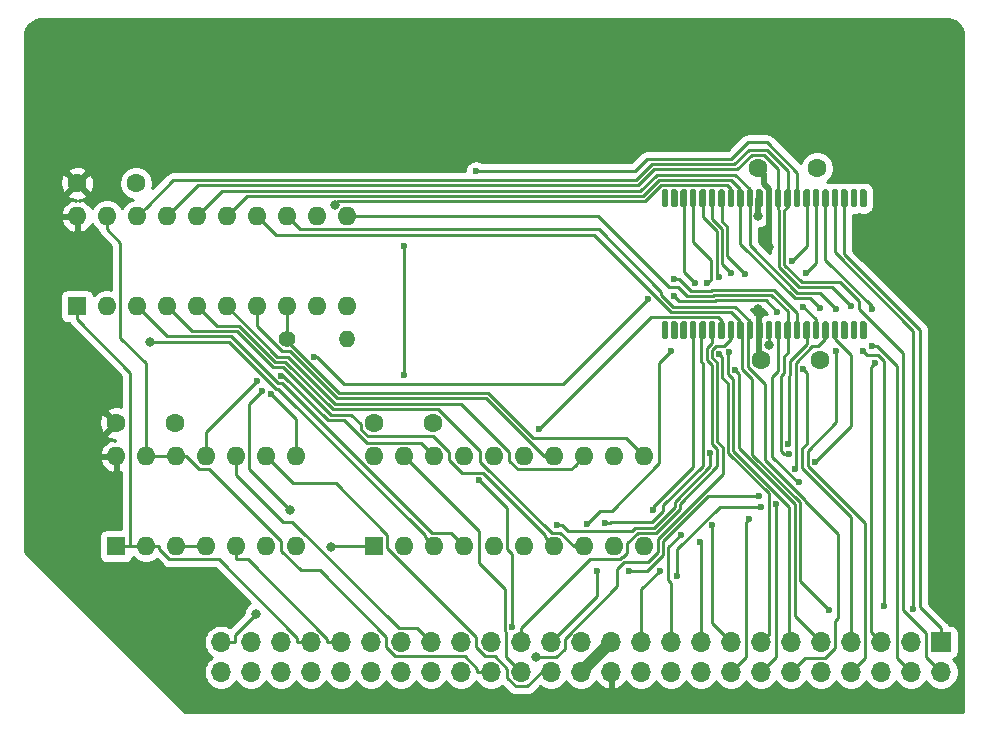
<source format=gbr>
%TF.GenerationSoftware,KiCad,Pcbnew,(5.1.10-1-10_14)*%
%TF.CreationDate,2021-08-30T23:36:35+02:00*%
%TF.ProjectId,ram_board,72616d5f-626f-4617-9264-2e6b69636164,rev?*%
%TF.SameCoordinates,Original*%
%TF.FileFunction,Copper,L1,Top*%
%TF.FilePolarity,Positive*%
%FSLAX46Y46*%
G04 Gerber Fmt 4.6, Leading zero omitted, Abs format (unit mm)*
G04 Created by KiCad (PCBNEW (5.1.10-1-10_14)) date 2021-08-30 23:36:35*
%MOMM*%
%LPD*%
G01*
G04 APERTURE LIST*
%TA.AperFunction,ComponentPad*%
%ADD10C,1.600000*%
%TD*%
%TA.AperFunction,ComponentPad*%
%ADD11O,1.600000X1.600000*%
%TD*%
%TA.AperFunction,ComponentPad*%
%ADD12R,1.600000X1.600000*%
%TD*%
%TA.AperFunction,ComponentPad*%
%ADD13O,1.400000X1.400000*%
%TD*%
%TA.AperFunction,ComponentPad*%
%ADD14C,1.400000*%
%TD*%
%TA.AperFunction,ComponentPad*%
%ADD15O,1.700000X1.700000*%
%TD*%
%TA.AperFunction,ComponentPad*%
%ADD16R,1.700000X1.700000*%
%TD*%
%TA.AperFunction,ViaPad*%
%ADD17C,0.800000*%
%TD*%
%TA.AperFunction,ViaPad*%
%ADD18C,0.600000*%
%TD*%
%TA.AperFunction,Conductor*%
%ADD19C,0.250000*%
%TD*%
%TA.AperFunction,Conductor*%
%ADD20C,1.000000*%
%TD*%
%TA.AperFunction,Conductor*%
%ADD21C,0.500000*%
%TD*%
%TA.AperFunction,Conductor*%
%ADD22C,0.254000*%
%TD*%
%TA.AperFunction,Conductor*%
%ADD23C,0.100000*%
%TD*%
G04 APERTURE END LIST*
D10*
%TO.P,C5,2*%
%TO.N,GND*%
X67738000Y46736000D03*
%TO.P,C5,1*%
%TO.N,+5V*%
X62738000Y46736000D03*
%TD*%
D11*
%TO.P,U5,20*%
%TO.N,+5V*%
X30226000Y22352000D03*
%TO.P,U5,10*%
%TO.N,GND*%
X53086000Y14732000D03*
%TO.P,U5,19*%
%TO.N,~INH~*%
X32766000Y22352000D03*
%TO.P,U5,9*%
%TO.N,Net-(U3-Pad41)*%
X50546000Y14732000D03*
%TO.P,U5,18*%
%TO.N,Net-(U4-Pad9)*%
X35306000Y22352000D03*
%TO.P,U5,8*%
%TO.N,Net-(U4-Pad5)*%
X48006000Y14732000D03*
%TO.P,U5,17*%
%TO.N,GND*%
X37846000Y22352000D03*
%TO.P,U5,7*%
%TO.N,Net-(U4-Pad4)*%
X45466000Y14732000D03*
%TO.P,U5,16*%
%TO.N,Net-(U5-Pad16)*%
X40386000Y22352000D03*
%TO.P,U5,6*%
%TO.N,Net-(U3-Pad40)*%
X42926000Y14732000D03*
%TO.P,U5,15*%
%TO.N,Net-(U5-Pad15)*%
X42926000Y22352000D03*
%TO.P,U5,5*%
%TO.N,Net-(U3-Pad39)*%
X40386000Y14732000D03*
%TO.P,U5,14*%
%TO.N,Net-(U4-Pad7)*%
X45466000Y22352000D03*
%TO.P,U5,4*%
%TO.N,Net-(U4-Pad3)*%
X37846000Y14732000D03*
%TO.P,U5,13*%
%TO.N,Net-(U4-Pad6)*%
X48006000Y22352000D03*
%TO.P,U5,3*%
%TO.N,Net-(U4-Pad2)*%
X35306000Y14732000D03*
%TO.P,U5,12*%
%TO.N,Net-(U5-Pad12)*%
X50546000Y22352000D03*
%TO.P,U5,2*%
%TO.N,Net-(U3-Pad38)*%
X32766000Y14732000D03*
%TO.P,U5,11*%
%TO.N,Net-(R1-Pad1)*%
X53086000Y22352000D03*
D12*
%TO.P,U5,1*%
%TO.N,~RESET~*%
X30226000Y14732000D03*
%TD*%
D11*
%TO.P,U4,20*%
%TO.N,+5V*%
X5080000Y42672000D03*
%TO.P,U4,10*%
%TO.N,GND*%
X27940000Y35052000D03*
%TO.P,U4,19*%
%TO.N,~SLOT_SEL~*%
X7620000Y42672000D03*
%TO.P,U4,9*%
%TO.N,Net-(U4-Pad9)*%
X25400000Y35052000D03*
%TO.P,U4,18*%
%TO.N,D0*%
X10160000Y42672000D03*
%TO.P,U4,8*%
%TO.N,Net-(R1-Pad1)*%
X22860000Y35052000D03*
%TO.P,U4,17*%
%TO.N,D1*%
X12700000Y42672000D03*
%TO.P,U4,7*%
%TO.N,Net-(U4-Pad7)*%
X20320000Y35052000D03*
%TO.P,U4,16*%
%TO.N,D2*%
X15240000Y42672000D03*
%TO.P,U4,6*%
%TO.N,Net-(U4-Pad6)*%
X17780000Y35052000D03*
%TO.P,U4,15*%
%TO.N,D3*%
X17780000Y42672000D03*
%TO.P,U4,5*%
%TO.N,Net-(U4-Pad5)*%
X15240000Y35052000D03*
%TO.P,U4,14*%
%TO.N,D4*%
X20320000Y42672000D03*
%TO.P,U4,4*%
%TO.N,Net-(U4-Pad4)*%
X12700000Y35052000D03*
%TO.P,U4,13*%
%TO.N,D5*%
X22860000Y42672000D03*
%TO.P,U4,3*%
%TO.N,Net-(U4-Pad3)*%
X10160000Y35052000D03*
%TO.P,U4,12*%
%TO.N,Net-(U1-Pad11)*%
X25400000Y42672000D03*
%TO.P,U4,2*%
%TO.N,Net-(U4-Pad2)*%
X7620000Y35052000D03*
%TO.P,U4,11*%
%TO.N,D7*%
X27940000Y42672000D03*
D12*
%TO.P,U4,1*%
%TO.N,R~W~*%
X5080000Y35052000D03*
%TD*%
%TO.P,U3,44*%
%TO.N,Net-(U3-Pad44)*%
%TA.AperFunction,SMDPad,CuDef*%
G36*
G01*
X71508500Y33783000D02*
X71783500Y33783000D01*
G75*
G02*
X71921000Y33645500I0J-137500D01*
G01*
X71921000Y32395500D01*
G75*
G02*
X71783500Y32258000I-137500J0D01*
G01*
X71508500Y32258000D01*
G75*
G02*
X71371000Y32395500I0J137500D01*
G01*
X71371000Y33645500D01*
G75*
G02*
X71508500Y33783000I137500J0D01*
G01*
G37*
%TD.AperFunction*%
%TO.P,U3,43*%
%TO.N,Net-(U3-Pad43)*%
%TA.AperFunction,SMDPad,CuDef*%
G36*
G01*
X70708500Y33783000D02*
X70983500Y33783000D01*
G75*
G02*
X71121000Y33645500I0J-137500D01*
G01*
X71121000Y32395500D01*
G75*
G02*
X70983500Y32258000I-137500J0D01*
G01*
X70708500Y32258000D01*
G75*
G02*
X70571000Y32395500I0J137500D01*
G01*
X70571000Y33645500D01*
G75*
G02*
X70708500Y33783000I137500J0D01*
G01*
G37*
%TD.AperFunction*%
%TO.P,U3,42*%
%TO.N,Net-(U3-Pad42)*%
%TA.AperFunction,SMDPad,CuDef*%
G36*
G01*
X69908500Y33783000D02*
X70183500Y33783000D01*
G75*
G02*
X70321000Y33645500I0J-137500D01*
G01*
X70321000Y32395500D01*
G75*
G02*
X70183500Y32258000I-137500J0D01*
G01*
X69908500Y32258000D01*
G75*
G02*
X69771000Y32395500I0J137500D01*
G01*
X69771000Y33645500D01*
G75*
G02*
X69908500Y33783000I137500J0D01*
G01*
G37*
%TD.AperFunction*%
%TO.P,U3,41*%
%TO.N,Net-(U3-Pad41)*%
%TA.AperFunction,SMDPad,CuDef*%
G36*
G01*
X69108500Y33783000D02*
X69383500Y33783000D01*
G75*
G02*
X69521000Y33645500I0J-137500D01*
G01*
X69521000Y32395500D01*
G75*
G02*
X69383500Y32258000I-137500J0D01*
G01*
X69108500Y32258000D01*
G75*
G02*
X68971000Y32395500I0J137500D01*
G01*
X68971000Y33645500D01*
G75*
G02*
X69108500Y33783000I137500J0D01*
G01*
G37*
%TD.AperFunction*%
%TO.P,U3,40*%
%TO.N,Net-(U3-Pad40)*%
%TA.AperFunction,SMDPad,CuDef*%
G36*
G01*
X68308500Y33783000D02*
X68583500Y33783000D01*
G75*
G02*
X68721000Y33645500I0J-137500D01*
G01*
X68721000Y32395500D01*
G75*
G02*
X68583500Y32258000I-137500J0D01*
G01*
X68308500Y32258000D01*
G75*
G02*
X68171000Y32395500I0J137500D01*
G01*
X68171000Y33645500D01*
G75*
G02*
X68308500Y33783000I137500J0D01*
G01*
G37*
%TD.AperFunction*%
%TO.P,U3,39*%
%TO.N,Net-(U3-Pad39)*%
%TA.AperFunction,SMDPad,CuDef*%
G36*
G01*
X67508500Y33783000D02*
X67783500Y33783000D01*
G75*
G02*
X67921000Y33645500I0J-137500D01*
G01*
X67921000Y32395500D01*
G75*
G02*
X67783500Y32258000I-137500J0D01*
G01*
X67508500Y32258000D01*
G75*
G02*
X67371000Y32395500I0J137500D01*
G01*
X67371000Y33645500D01*
G75*
G02*
X67508500Y33783000I137500J0D01*
G01*
G37*
%TD.AperFunction*%
%TO.P,U3,38*%
%TO.N,Net-(U3-Pad38)*%
%TA.AperFunction,SMDPad,CuDef*%
G36*
G01*
X66708500Y33783000D02*
X66983500Y33783000D01*
G75*
G02*
X67121000Y33645500I0J-137500D01*
G01*
X67121000Y32395500D01*
G75*
G02*
X66983500Y32258000I-137500J0D01*
G01*
X66708500Y32258000D01*
G75*
G02*
X66571000Y32395500I0J137500D01*
G01*
X66571000Y33645500D01*
G75*
G02*
X66708500Y33783000I137500J0D01*
G01*
G37*
%TD.AperFunction*%
%TO.P,U3,37*%
%TO.N,Net-(U1-Pad8)*%
%TA.AperFunction,SMDPad,CuDef*%
G36*
G01*
X65908500Y33783000D02*
X66183500Y33783000D01*
G75*
G02*
X66321000Y33645500I0J-137500D01*
G01*
X66321000Y32395500D01*
G75*
G02*
X66183500Y32258000I-137500J0D01*
G01*
X65908500Y32258000D01*
G75*
G02*
X65771000Y32395500I0J137500D01*
G01*
X65771000Y33645500D01*
G75*
G02*
X65908500Y33783000I137500J0D01*
G01*
G37*
%TD.AperFunction*%
%TO.P,U3,36*%
%TO.N,D7*%
%TA.AperFunction,SMDPad,CuDef*%
G36*
G01*
X65108500Y33783000D02*
X65383500Y33783000D01*
G75*
G02*
X65521000Y33645500I0J-137500D01*
G01*
X65521000Y32395500D01*
G75*
G02*
X65383500Y32258000I-137500J0D01*
G01*
X65108500Y32258000D01*
G75*
G02*
X64971000Y32395500I0J137500D01*
G01*
X64971000Y33645500D01*
G75*
G02*
X65108500Y33783000I137500J0D01*
G01*
G37*
%TD.AperFunction*%
%TO.P,U3,35*%
%TO.N,D6*%
%TA.AperFunction,SMDPad,CuDef*%
G36*
G01*
X64308500Y33783000D02*
X64583500Y33783000D01*
G75*
G02*
X64721000Y33645500I0J-137500D01*
G01*
X64721000Y32395500D01*
G75*
G02*
X64583500Y32258000I-137500J0D01*
G01*
X64308500Y32258000D01*
G75*
G02*
X64171000Y32395500I0J137500D01*
G01*
X64171000Y33645500D01*
G75*
G02*
X64308500Y33783000I137500J0D01*
G01*
G37*
%TD.AperFunction*%
%TO.P,U3,34*%
%TO.N,GND*%
%TA.AperFunction,SMDPad,CuDef*%
G36*
G01*
X63508500Y33783000D02*
X63783500Y33783000D01*
G75*
G02*
X63921000Y33645500I0J-137500D01*
G01*
X63921000Y32395500D01*
G75*
G02*
X63783500Y32258000I-137500J0D01*
G01*
X63508500Y32258000D01*
G75*
G02*
X63371000Y32395500I0J137500D01*
G01*
X63371000Y33645500D01*
G75*
G02*
X63508500Y33783000I137500J0D01*
G01*
G37*
%TD.AperFunction*%
%TO.P,U3,33*%
%TO.N,+5V*%
%TA.AperFunction,SMDPad,CuDef*%
G36*
G01*
X62708500Y33783000D02*
X62983500Y33783000D01*
G75*
G02*
X63121000Y33645500I0J-137500D01*
G01*
X63121000Y32395500D01*
G75*
G02*
X62983500Y32258000I-137500J0D01*
G01*
X62708500Y32258000D01*
G75*
G02*
X62571000Y32395500I0J137500D01*
G01*
X62571000Y33645500D01*
G75*
G02*
X62708500Y33783000I137500J0D01*
G01*
G37*
%TD.AperFunction*%
%TO.P,U3,32*%
%TO.N,D5*%
%TA.AperFunction,SMDPad,CuDef*%
G36*
G01*
X61908500Y33783000D02*
X62183500Y33783000D01*
G75*
G02*
X62321000Y33645500I0J-137500D01*
G01*
X62321000Y32395500D01*
G75*
G02*
X62183500Y32258000I-137500J0D01*
G01*
X61908500Y32258000D01*
G75*
G02*
X61771000Y32395500I0J137500D01*
G01*
X61771000Y33645500D01*
G75*
G02*
X61908500Y33783000I137500J0D01*
G01*
G37*
%TD.AperFunction*%
%TO.P,U3,31*%
%TO.N,D4*%
%TA.AperFunction,SMDPad,CuDef*%
G36*
G01*
X61108500Y33783000D02*
X61383500Y33783000D01*
G75*
G02*
X61521000Y33645500I0J-137500D01*
G01*
X61521000Y32395500D01*
G75*
G02*
X61383500Y32258000I-137500J0D01*
G01*
X61108500Y32258000D01*
G75*
G02*
X60971000Y32395500I0J137500D01*
G01*
X60971000Y33645500D01*
G75*
G02*
X61108500Y33783000I137500J0D01*
G01*
G37*
%TD.AperFunction*%
%TO.P,U3,30*%
%TO.N,A14*%
%TA.AperFunction,SMDPad,CuDef*%
G36*
G01*
X60308500Y33783000D02*
X60583500Y33783000D01*
G75*
G02*
X60721000Y33645500I0J-137500D01*
G01*
X60721000Y32395500D01*
G75*
G02*
X60583500Y32258000I-137500J0D01*
G01*
X60308500Y32258000D01*
G75*
G02*
X60171000Y32395500I0J137500D01*
G01*
X60171000Y33645500D01*
G75*
G02*
X60308500Y33783000I137500J0D01*
G01*
G37*
%TD.AperFunction*%
%TO.P,U3,29*%
%TO.N,A13*%
%TA.AperFunction,SMDPad,CuDef*%
G36*
G01*
X59508500Y33783000D02*
X59783500Y33783000D01*
G75*
G02*
X59921000Y33645500I0J-137500D01*
G01*
X59921000Y32395500D01*
G75*
G02*
X59783500Y32258000I-137500J0D01*
G01*
X59508500Y32258000D01*
G75*
G02*
X59371000Y32395500I0J137500D01*
G01*
X59371000Y33645500D01*
G75*
G02*
X59508500Y33783000I137500J0D01*
G01*
G37*
%TD.AperFunction*%
%TO.P,U3,28*%
%TO.N,A12*%
%TA.AperFunction,SMDPad,CuDef*%
G36*
G01*
X58708500Y33783000D02*
X58983500Y33783000D01*
G75*
G02*
X59121000Y33645500I0J-137500D01*
G01*
X59121000Y32395500D01*
G75*
G02*
X58983500Y32258000I-137500J0D01*
G01*
X58708500Y32258000D01*
G75*
G02*
X58571000Y32395500I0J137500D01*
G01*
X58571000Y33645500D01*
G75*
G02*
X58708500Y33783000I137500J0D01*
G01*
G37*
%TD.AperFunction*%
%TO.P,U3,27*%
%TO.N,A11*%
%TA.AperFunction,SMDPad,CuDef*%
G36*
G01*
X57908500Y33783000D02*
X58183500Y33783000D01*
G75*
G02*
X58321000Y33645500I0J-137500D01*
G01*
X58321000Y32395500D01*
G75*
G02*
X58183500Y32258000I-137500J0D01*
G01*
X57908500Y32258000D01*
G75*
G02*
X57771000Y32395500I0J137500D01*
G01*
X57771000Y33645500D01*
G75*
G02*
X57908500Y33783000I137500J0D01*
G01*
G37*
%TD.AperFunction*%
%TO.P,U3,26*%
%TO.N,A10*%
%TA.AperFunction,SMDPad,CuDef*%
G36*
G01*
X57108500Y33783000D02*
X57383500Y33783000D01*
G75*
G02*
X57521000Y33645500I0J-137500D01*
G01*
X57521000Y32395500D01*
G75*
G02*
X57383500Y32258000I-137500J0D01*
G01*
X57108500Y32258000D01*
G75*
G02*
X56971000Y32395500I0J137500D01*
G01*
X56971000Y33645500D01*
G75*
G02*
X57108500Y33783000I137500J0D01*
G01*
G37*
%TD.AperFunction*%
%TO.P,U3,25*%
%TO.N,Net-(U3-Pad25)*%
%TA.AperFunction,SMDPad,CuDef*%
G36*
G01*
X56308500Y33783000D02*
X56583500Y33783000D01*
G75*
G02*
X56721000Y33645500I0J-137500D01*
G01*
X56721000Y32395500D01*
G75*
G02*
X56583500Y32258000I-137500J0D01*
G01*
X56308500Y32258000D01*
G75*
G02*
X56171000Y32395500I0J137500D01*
G01*
X56171000Y33645500D01*
G75*
G02*
X56308500Y33783000I137500J0D01*
G01*
G37*
%TD.AperFunction*%
%TO.P,U3,24*%
%TO.N,Net-(U3-Pad24)*%
%TA.AperFunction,SMDPad,CuDef*%
G36*
G01*
X55508500Y33783000D02*
X55783500Y33783000D01*
G75*
G02*
X55921000Y33645500I0J-137500D01*
G01*
X55921000Y32395500D01*
G75*
G02*
X55783500Y32258000I-137500J0D01*
G01*
X55508500Y32258000D01*
G75*
G02*
X55371000Y32395500I0J137500D01*
G01*
X55371000Y33645500D01*
G75*
G02*
X55508500Y33783000I137500J0D01*
G01*
G37*
%TD.AperFunction*%
%TO.P,U3,23*%
%TO.N,Net-(U3-Pad23)*%
%TA.AperFunction,SMDPad,CuDef*%
G36*
G01*
X54708500Y33783000D02*
X54983500Y33783000D01*
G75*
G02*
X55121000Y33645500I0J-137500D01*
G01*
X55121000Y32395500D01*
G75*
G02*
X54983500Y32258000I-137500J0D01*
G01*
X54708500Y32258000D01*
G75*
G02*
X54571000Y32395500I0J137500D01*
G01*
X54571000Y33645500D01*
G75*
G02*
X54708500Y33783000I137500J0D01*
G01*
G37*
%TD.AperFunction*%
%TO.P,U3,22*%
%TO.N,Net-(U3-Pad22)*%
%TA.AperFunction,SMDPad,CuDef*%
G36*
G01*
X54708500Y44958000D02*
X54983500Y44958000D01*
G75*
G02*
X55121000Y44820500I0J-137500D01*
G01*
X55121000Y43570500D01*
G75*
G02*
X54983500Y43433000I-137500J0D01*
G01*
X54708500Y43433000D01*
G75*
G02*
X54571000Y43570500I0J137500D01*
G01*
X54571000Y44820500D01*
G75*
G02*
X54708500Y44958000I137500J0D01*
G01*
G37*
%TD.AperFunction*%
%TO.P,U3,21*%
%TO.N,Net-(U3-Pad21)*%
%TA.AperFunction,SMDPad,CuDef*%
G36*
G01*
X55508500Y44958000D02*
X55783500Y44958000D01*
G75*
G02*
X55921000Y44820500I0J-137500D01*
G01*
X55921000Y43570500D01*
G75*
G02*
X55783500Y43433000I-137500J0D01*
G01*
X55508500Y43433000D01*
G75*
G02*
X55371000Y43570500I0J137500D01*
G01*
X55371000Y44820500D01*
G75*
G02*
X55508500Y44958000I137500J0D01*
G01*
G37*
%TD.AperFunction*%
%TO.P,U3,20*%
%TO.N,A9*%
%TA.AperFunction,SMDPad,CuDef*%
G36*
G01*
X56308500Y44958000D02*
X56583500Y44958000D01*
G75*
G02*
X56721000Y44820500I0J-137500D01*
G01*
X56721000Y43570500D01*
G75*
G02*
X56583500Y43433000I-137500J0D01*
G01*
X56308500Y43433000D01*
G75*
G02*
X56171000Y43570500I0J137500D01*
G01*
X56171000Y44820500D01*
G75*
G02*
X56308500Y44958000I137500J0D01*
G01*
G37*
%TD.AperFunction*%
%TO.P,U3,19*%
%TO.N,A8*%
%TA.AperFunction,SMDPad,CuDef*%
G36*
G01*
X57108500Y44958000D02*
X57383500Y44958000D01*
G75*
G02*
X57521000Y44820500I0J-137500D01*
G01*
X57521000Y43570500D01*
G75*
G02*
X57383500Y43433000I-137500J0D01*
G01*
X57108500Y43433000D01*
G75*
G02*
X56971000Y43570500I0J137500D01*
G01*
X56971000Y44820500D01*
G75*
G02*
X57108500Y44958000I137500J0D01*
G01*
G37*
%TD.AperFunction*%
%TO.P,U3,18*%
%TO.N,A7*%
%TA.AperFunction,SMDPad,CuDef*%
G36*
G01*
X57908500Y44958000D02*
X58183500Y44958000D01*
G75*
G02*
X58321000Y44820500I0J-137500D01*
G01*
X58321000Y43570500D01*
G75*
G02*
X58183500Y43433000I-137500J0D01*
G01*
X57908500Y43433000D01*
G75*
G02*
X57771000Y43570500I0J137500D01*
G01*
X57771000Y44820500D01*
G75*
G02*
X57908500Y44958000I137500J0D01*
G01*
G37*
%TD.AperFunction*%
%TO.P,U3,17*%
%TO.N,A6*%
%TA.AperFunction,SMDPad,CuDef*%
G36*
G01*
X58708500Y44958000D02*
X58983500Y44958000D01*
G75*
G02*
X59121000Y44820500I0J-137500D01*
G01*
X59121000Y43570500D01*
G75*
G02*
X58983500Y43433000I-137500J0D01*
G01*
X58708500Y43433000D01*
G75*
G02*
X58571000Y43570500I0J137500D01*
G01*
X58571000Y44820500D01*
G75*
G02*
X58708500Y44958000I137500J0D01*
G01*
G37*
%TD.AperFunction*%
%TO.P,U3,16*%
%TO.N,A5*%
%TA.AperFunction,SMDPad,CuDef*%
G36*
G01*
X59508500Y44958000D02*
X59783500Y44958000D01*
G75*
G02*
X59921000Y44820500I0J-137500D01*
G01*
X59921000Y43570500D01*
G75*
G02*
X59783500Y43433000I-137500J0D01*
G01*
X59508500Y43433000D01*
G75*
G02*
X59371000Y43570500I0J137500D01*
G01*
X59371000Y44820500D01*
G75*
G02*
X59508500Y44958000I137500J0D01*
G01*
G37*
%TD.AperFunction*%
%TO.P,U3,15*%
%TO.N,Net-(U1-Pad6)*%
%TA.AperFunction,SMDPad,CuDef*%
G36*
G01*
X60308500Y44958000D02*
X60583500Y44958000D01*
G75*
G02*
X60721000Y44820500I0J-137500D01*
G01*
X60721000Y43570500D01*
G75*
G02*
X60583500Y43433000I-137500J0D01*
G01*
X60308500Y43433000D01*
G75*
G02*
X60171000Y43570500I0J137500D01*
G01*
X60171000Y44820500D01*
G75*
G02*
X60308500Y44958000I137500J0D01*
G01*
G37*
%TD.AperFunction*%
%TO.P,U3,14*%
%TO.N,D3*%
%TA.AperFunction,SMDPad,CuDef*%
G36*
G01*
X61108500Y44958000D02*
X61383500Y44958000D01*
G75*
G02*
X61521000Y44820500I0J-137500D01*
G01*
X61521000Y43570500D01*
G75*
G02*
X61383500Y43433000I-137500J0D01*
G01*
X61108500Y43433000D01*
G75*
G02*
X60971000Y43570500I0J137500D01*
G01*
X60971000Y44820500D01*
G75*
G02*
X61108500Y44958000I137500J0D01*
G01*
G37*
%TD.AperFunction*%
%TO.P,U3,13*%
%TO.N,D2*%
%TA.AperFunction,SMDPad,CuDef*%
G36*
G01*
X61908500Y44958000D02*
X62183500Y44958000D01*
G75*
G02*
X62321000Y44820500I0J-137500D01*
G01*
X62321000Y43570500D01*
G75*
G02*
X62183500Y43433000I-137500J0D01*
G01*
X61908500Y43433000D01*
G75*
G02*
X61771000Y43570500I0J137500D01*
G01*
X61771000Y44820500D01*
G75*
G02*
X61908500Y44958000I137500J0D01*
G01*
G37*
%TD.AperFunction*%
%TO.P,U3,12*%
%TO.N,GND*%
%TA.AperFunction,SMDPad,CuDef*%
G36*
G01*
X62708500Y44958000D02*
X62983500Y44958000D01*
G75*
G02*
X63121000Y44820500I0J-137500D01*
G01*
X63121000Y43570500D01*
G75*
G02*
X62983500Y43433000I-137500J0D01*
G01*
X62708500Y43433000D01*
G75*
G02*
X62571000Y43570500I0J137500D01*
G01*
X62571000Y44820500D01*
G75*
G02*
X62708500Y44958000I137500J0D01*
G01*
G37*
%TD.AperFunction*%
%TO.P,U3,11*%
%TO.N,+5V*%
%TA.AperFunction,SMDPad,CuDef*%
G36*
G01*
X63508500Y44958000D02*
X63783500Y44958000D01*
G75*
G02*
X63921000Y44820500I0J-137500D01*
G01*
X63921000Y43570500D01*
G75*
G02*
X63783500Y43433000I-137500J0D01*
G01*
X63508500Y43433000D01*
G75*
G02*
X63371000Y43570500I0J137500D01*
G01*
X63371000Y44820500D01*
G75*
G02*
X63508500Y44958000I137500J0D01*
G01*
G37*
%TD.AperFunction*%
%TO.P,U3,10*%
%TO.N,D1*%
%TA.AperFunction,SMDPad,CuDef*%
G36*
G01*
X64308500Y44958000D02*
X64583500Y44958000D01*
G75*
G02*
X64721000Y44820500I0J-137500D01*
G01*
X64721000Y43570500D01*
G75*
G02*
X64583500Y43433000I-137500J0D01*
G01*
X64308500Y43433000D01*
G75*
G02*
X64171000Y43570500I0J137500D01*
G01*
X64171000Y44820500D01*
G75*
G02*
X64308500Y44958000I137500J0D01*
G01*
G37*
%TD.AperFunction*%
%TO.P,U3,9*%
%TO.N,D0*%
%TA.AperFunction,SMDPad,CuDef*%
G36*
G01*
X65108500Y44958000D02*
X65383500Y44958000D01*
G75*
G02*
X65521000Y44820500I0J-137500D01*
G01*
X65521000Y43570500D01*
G75*
G02*
X65383500Y43433000I-137500J0D01*
G01*
X65108500Y43433000D01*
G75*
G02*
X64971000Y43570500I0J137500D01*
G01*
X64971000Y44820500D01*
G75*
G02*
X65108500Y44958000I137500J0D01*
G01*
G37*
%TD.AperFunction*%
%TO.P,U3,8*%
%TO.N,~INH~*%
%TA.AperFunction,SMDPad,CuDef*%
G36*
G01*
X65908500Y44958000D02*
X66183500Y44958000D01*
G75*
G02*
X66321000Y44820500I0J-137500D01*
G01*
X66321000Y43570500D01*
G75*
G02*
X66183500Y43433000I-137500J0D01*
G01*
X65908500Y43433000D01*
G75*
G02*
X65771000Y43570500I0J137500D01*
G01*
X65771000Y44820500D01*
G75*
G02*
X65908500Y44958000I137500J0D01*
G01*
G37*
%TD.AperFunction*%
%TO.P,U3,7*%
%TO.N,A4*%
%TA.AperFunction,SMDPad,CuDef*%
G36*
G01*
X66708500Y44958000D02*
X66983500Y44958000D01*
G75*
G02*
X67121000Y44820500I0J-137500D01*
G01*
X67121000Y43570500D01*
G75*
G02*
X66983500Y43433000I-137500J0D01*
G01*
X66708500Y43433000D01*
G75*
G02*
X66571000Y43570500I0J137500D01*
G01*
X66571000Y44820500D01*
G75*
G02*
X66708500Y44958000I137500J0D01*
G01*
G37*
%TD.AperFunction*%
%TO.P,U3,6*%
%TO.N,A3*%
%TA.AperFunction,SMDPad,CuDef*%
G36*
G01*
X67508500Y44958000D02*
X67783500Y44958000D01*
G75*
G02*
X67921000Y44820500I0J-137500D01*
G01*
X67921000Y43570500D01*
G75*
G02*
X67783500Y43433000I-137500J0D01*
G01*
X67508500Y43433000D01*
G75*
G02*
X67371000Y43570500I0J137500D01*
G01*
X67371000Y44820500D01*
G75*
G02*
X67508500Y44958000I137500J0D01*
G01*
G37*
%TD.AperFunction*%
%TO.P,U3,5*%
%TO.N,A2*%
%TA.AperFunction,SMDPad,CuDef*%
G36*
G01*
X68308500Y44958000D02*
X68583500Y44958000D01*
G75*
G02*
X68721000Y44820500I0J-137500D01*
G01*
X68721000Y43570500D01*
G75*
G02*
X68583500Y43433000I-137500J0D01*
G01*
X68308500Y43433000D01*
G75*
G02*
X68171000Y43570500I0J137500D01*
G01*
X68171000Y44820500D01*
G75*
G02*
X68308500Y44958000I137500J0D01*
G01*
G37*
%TD.AperFunction*%
%TO.P,U3,4*%
%TO.N,A1*%
%TA.AperFunction,SMDPad,CuDef*%
G36*
G01*
X69108500Y44958000D02*
X69383500Y44958000D01*
G75*
G02*
X69521000Y44820500I0J-137500D01*
G01*
X69521000Y43570500D01*
G75*
G02*
X69383500Y43433000I-137500J0D01*
G01*
X69108500Y43433000D01*
G75*
G02*
X68971000Y43570500I0J137500D01*
G01*
X68971000Y44820500D01*
G75*
G02*
X69108500Y44958000I137500J0D01*
G01*
G37*
%TD.AperFunction*%
%TO.P,U3,3*%
%TO.N,A0*%
%TA.AperFunction,SMDPad,CuDef*%
G36*
G01*
X69908500Y44958000D02*
X70183500Y44958000D01*
G75*
G02*
X70321000Y44820500I0J-137500D01*
G01*
X70321000Y43570500D01*
G75*
G02*
X70183500Y43433000I-137500J0D01*
G01*
X69908500Y43433000D01*
G75*
G02*
X69771000Y43570500I0J137500D01*
G01*
X69771000Y44820500D01*
G75*
G02*
X69908500Y44958000I137500J0D01*
G01*
G37*
%TD.AperFunction*%
%TO.P,U3,2*%
%TO.N,Net-(U3-Pad2)*%
%TA.AperFunction,SMDPad,CuDef*%
G36*
G01*
X70708500Y44958000D02*
X70983500Y44958000D01*
G75*
G02*
X71121000Y44820500I0J-137500D01*
G01*
X71121000Y43570500D01*
G75*
G02*
X70983500Y43433000I-137500J0D01*
G01*
X70708500Y43433000D01*
G75*
G02*
X70571000Y43570500I0J137500D01*
G01*
X70571000Y44820500D01*
G75*
G02*
X70708500Y44958000I137500J0D01*
G01*
G37*
%TD.AperFunction*%
%TO.P,U3,1*%
%TO.N,Net-(U3-Pad1)*%
%TA.AperFunction,SMDPad,CuDef*%
G36*
G01*
X71508500Y44958000D02*
X71783500Y44958000D01*
G75*
G02*
X71921000Y44820500I0J-137500D01*
G01*
X71921000Y43570500D01*
G75*
G02*
X71783500Y43433000I-137500J0D01*
G01*
X71508500Y43433000D01*
G75*
G02*
X71371000Y43570500I0J137500D01*
G01*
X71371000Y44820500D01*
G75*
G02*
X71508500Y44958000I137500J0D01*
G01*
G37*
%TD.AperFunction*%
%TD*%
D11*
%TO.P,U1,14*%
%TO.N,+5V*%
X8382000Y22352000D03*
%TO.P,U1,7*%
%TO.N,GND*%
X23622000Y14732000D03*
%TO.P,U1,13*%
%TO.N,~SLOT_SEL~*%
X10922000Y22352000D03*
%TO.P,U1,6*%
%TO.N,Net-(U1-Pad6)*%
X21082000Y14732000D03*
%TO.P,U1,12*%
%TO.N,~SLOT_SEL~*%
X13462000Y22352000D03*
%TO.P,U1,5*%
%TO.N,CLK*%
X18542000Y14732000D03*
%TO.P,U1,11*%
%TO.N,Net-(U1-Pad11)*%
X16002000Y22352000D03*
%TO.P,U1,4*%
%TO.N,Net-(U1-Pad3)*%
X16002000Y14732000D03*
%TO.P,U1,10*%
%TO.N,A15*%
X18542000Y22352000D03*
%TO.P,U1,3*%
%TO.N,Net-(U1-Pad3)*%
X13462000Y14732000D03*
%TO.P,U1,9*%
%TO.N,~SSEL~*%
X21082000Y22352000D03*
%TO.P,U1,2*%
%TO.N,R~W~*%
X10922000Y14732000D03*
%TO.P,U1,8*%
%TO.N,Net-(U1-Pad8)*%
X23622000Y22352000D03*
D12*
%TO.P,U1,1*%
%TO.N,R~W~*%
X8382000Y14732000D03*
%TD*%
D13*
%TO.P,R1,2*%
%TO.N,GND*%
X27940000Y32258000D03*
D14*
%TO.P,R1,1*%
%TO.N,Net-(R1-Pad1)*%
X22860000Y32258000D03*
%TD*%
D10*
%TO.P,C4,2*%
%TO.N,GND*%
X35226000Y25146000D03*
%TO.P,C4,1*%
%TO.N,+5V*%
X30226000Y25146000D03*
%TD*%
%TO.P,C3,2*%
%TO.N,GND*%
X10080000Y45466000D03*
%TO.P,C3,1*%
%TO.N,+5V*%
X5080000Y45466000D03*
%TD*%
%TO.P,C2,2*%
%TO.N,GND*%
X67992000Y30480000D03*
%TO.P,C2,1*%
%TO.N,+5V*%
X62992000Y30480000D03*
%TD*%
%TO.P,C1,2*%
%TO.N,GND*%
X13382000Y25146000D03*
%TO.P,C1,1*%
%TO.N,+5V*%
X8382000Y25146000D03*
%TD*%
D15*
%TO.P,J1,50*%
%TO.N,~NMI~*%
X17272000Y4064000D03*
%TO.P,J1,49*%
%TO.N,~RESET~*%
X17272000Y6604000D03*
%TO.P,J1,48*%
%TO.N,~SLOT_IRQ~*%
X19812000Y4064000D03*
%TO.P,J1,47*%
%TO.N,SYNC*%
X19812000Y6604000D03*
%TO.P,J1,46*%
%TO.N,EX3*%
X22352000Y4064000D03*
%TO.P,J1,45*%
%TO.N,~IRQ~*%
X22352000Y6604000D03*
%TO.P,J1,44*%
%TO.N,EX2*%
X24892000Y4064000D03*
%TO.P,J1,43*%
%TO.N,R~W~*%
X24892000Y6604000D03*
%TO.P,J1,42*%
%TO.N,CLK_12M*%
X27432000Y4064000D03*
%TO.P,J1,41*%
%TO.N,CLK*%
X27432000Y6604000D03*
%TO.P,J1,40*%
%TO.N,LED4*%
X29972000Y4064000D03*
%TO.P,J1,39*%
%TO.N,BE*%
X29972000Y6604000D03*
%TO.P,J1,38*%
%TO.N,LED3*%
X32512000Y4064000D03*
%TO.P,J1,37*%
%TO.N,RDY*%
X32512000Y6604000D03*
%TO.P,J1,36*%
%TO.N,LED2*%
X35052000Y4064000D03*
%TO.P,J1,35*%
%TO.N,A15*%
X35052000Y6604000D03*
%TO.P,J1,34*%
%TO.N,LED1*%
X37592000Y4064000D03*
%TO.P,J1,33*%
%TO.N,A14*%
X37592000Y6604000D03*
%TO.P,J1,32*%
%TO.N,~SLOT_SEL~*%
X40132000Y4064000D03*
%TO.P,J1,31*%
%TO.N,A13*%
X40132000Y6604000D03*
%TO.P,J1,30*%
%TO.N,~INH~*%
X42672000Y4064000D03*
%TO.P,J1,29*%
%TO.N,A12*%
X42672000Y6604000D03*
%TO.P,J1,28*%
%TO.N,~SSEL~*%
X45212000Y4064000D03*
%TO.P,J1,27*%
%TO.N,A11*%
X45212000Y6604000D03*
%TO.P,J1,26*%
%TO.N,GND*%
X47752000Y4064000D03*
%TO.P,J1,25*%
%TO.N,+5V*%
X47752000Y6604000D03*
%TO.P,J1,24*%
X50292000Y4064000D03*
%TO.P,J1,23*%
%TO.N,GND*%
X50292000Y6604000D03*
%TO.P,J1,22*%
%TO.N,~SLOW~*%
X52832000Y4064000D03*
%TO.P,J1,21*%
%TO.N,A10*%
X52832000Y6604000D03*
%TO.P,J1,20*%
%TO.N,EX1*%
X55372000Y4064000D03*
%TO.P,J1,19*%
%TO.N,A9*%
X55372000Y6604000D03*
%TO.P,J1,18*%
%TO.N,EX0*%
X57912000Y4064000D03*
%TO.P,J1,17*%
%TO.N,A8*%
X57912000Y6604000D03*
%TO.P,J1,16*%
%TO.N,D7*%
X60452000Y4064000D03*
%TO.P,J1,15*%
%TO.N,A7*%
X60452000Y6604000D03*
%TO.P,J1,14*%
%TO.N,D6*%
X62992000Y4064000D03*
%TO.P,J1,13*%
%TO.N,A6*%
X62992000Y6604000D03*
%TO.P,J1,12*%
%TO.N,D5*%
X65532000Y4064000D03*
%TO.P,J1,11*%
%TO.N,A5*%
X65532000Y6604000D03*
%TO.P,J1,10*%
%TO.N,D4*%
X68072000Y4064000D03*
%TO.P,J1,9*%
%TO.N,A4*%
X68072000Y6604000D03*
%TO.P,J1,8*%
%TO.N,D3*%
X70612000Y4064000D03*
%TO.P,J1,7*%
%TO.N,A3*%
X70612000Y6604000D03*
%TO.P,J1,6*%
%TO.N,D2*%
X73152000Y4064000D03*
%TO.P,J1,5*%
%TO.N,A2*%
X73152000Y6604000D03*
%TO.P,J1,4*%
%TO.N,D1*%
X75692000Y4064000D03*
%TO.P,J1,3*%
%TO.N,A1*%
X75692000Y6604000D03*
%TO.P,J1,2*%
%TO.N,D0*%
X78232000Y4064000D03*
D16*
%TO.P,J1,1*%
%TO.N,A0*%
X78232000Y6604000D03*
%TD*%
D17*
%TO.N,A14*%
X43942000Y5334000D03*
D18*
%TO.N,A13*%
X44196000Y24637994D03*
X41910000Y7874000D03*
X39116000Y20320000D03*
%TO.N,A11*%
X49792100Y16727010D03*
X49087490Y12663010D03*
D17*
%TO.N,GND*%
X62771010Y42680600D03*
X63696010Y31724659D03*
%TO.N,+5V*%
X63646000Y40024000D03*
X62738000Y34798000D03*
X66040000Y48006000D03*
D18*
%TO.N,A10*%
X54429988Y12663010D03*
X53848000Y17780000D03*
%TO.N,A9*%
X57404000Y36983083D03*
X56200051Y15681949D03*
%TO.N,A8*%
X57845949Y15052051D03*
X58419597Y36983075D03*
%TO.N,D7*%
X61976000Y17018000D03*
X65338949Y22545051D03*
%TO.N,A7*%
X59436000Y37533096D03*
X58820644Y16534746D03*
%TO.N,D6*%
X66170653Y20132207D03*
X64262000Y18288000D03*
%TO.N,A6*%
X60452000Y37846000D03*
X59461833Y31015803D03*
%TO.N,A5*%
X61646478Y37760112D03*
X60253602Y31130347D03*
%TO.N,D4*%
X68775800Y9320000D03*
%TO.N,A4*%
X65591021Y38862000D03*
X60801373Y29645627D03*
%TO.N,D3*%
X68002627Y34879190D03*
X69342000Y31242000D03*
%TO.N,A3*%
X66802000Y37846000D03*
X66548000Y29717992D03*
%TO.N,D2*%
X73406000Y9652000D03*
X69342000Y34798000D03*
X71628000Y31241998D03*
%TO.N,A2*%
X72390000Y34798000D03*
X72644000Y30226000D03*
%TO.N,D1*%
X70568860Y35104460D03*
X72398863Y31709985D03*
%TO.N,A1*%
X75857624Y9370287D03*
D17*
%TO.N,~RESET~*%
X26556900Y14633600D03*
X20246000Y8993800D03*
D18*
%TO.N,~INH~*%
X38862000Y46482000D03*
X32766000Y40132000D03*
X32766000Y29210000D03*
D17*
%TO.N,Net-(U1-Pad6)*%
X23113988Y17780000D03*
X26924000Y43644957D03*
D18*
X20748835Y27830521D03*
%TO.N,Net-(U1-Pad11)*%
X20320000Y28702000D03*
%TO.N,Net-(U1-Pad8)*%
X55626000Y37338000D03*
X53407751Y35624351D03*
X25146000Y30734008D03*
X21508407Y27579386D03*
%TO.N,Net-(U3-Pad41)*%
X51776207Y12663010D03*
X62784454Y18974556D03*
X67564000Y21844002D03*
%TO.N,Net-(U3-Pad40)*%
X55880000Y12192000D03*
X63011988Y18079734D03*
X65866742Y21298864D03*
%TO.N,Net-(U3-Pad39)*%
X55354700Y31230700D03*
X66552616Y35023420D03*
X48260000Y16627010D03*
X64379010Y34582317D03*
X55589970Y35949377D03*
%TO.N,Net-(U3-Pad38)*%
X45720000Y16510000D03*
X58671010Y22630538D03*
X65278000Y23368000D03*
%TO.N,Net-(U4-Pad9)*%
X22374905Y29150548D03*
D17*
%TO.N,Net-(U4-Pad2)*%
X11229900Y32047100D03*
%TD*%
D19*
%TO.N,A15*%
X23295507Y16800993D02*
X22512005Y16800993D01*
X22512005Y16800993D02*
X18542000Y20770998D01*
X35052000Y6604000D02*
X33876700Y7779300D01*
X33876700Y7779300D02*
X32317200Y7779300D01*
X32317200Y7779300D02*
X23295507Y16800993D01*
X18542000Y20770998D02*
X18542000Y22352000D01*
%TO.N,A14*%
X59746022Y23116939D02*
X59746022Y20843787D01*
X53445575Y13388012D02*
X51428205Y13388012D01*
X59276350Y30276282D02*
X59276350Y23586611D01*
X50836999Y12796806D02*
X50836999Y11351299D01*
X59161831Y31640805D02*
X58836831Y31315805D01*
X59828805Y31640805D02*
X59161831Y31640805D01*
X58836831Y31315805D02*
X58836831Y30715801D01*
X51428205Y13388012D02*
X50836999Y12796806D01*
X59276350Y23586611D02*
X59746022Y23116939D01*
X50836999Y11351299D02*
X46387400Y6901700D01*
X46387400Y6901700D02*
X46387400Y6055200D01*
X45666200Y5334000D02*
X43942000Y5334000D01*
X46387400Y6055200D02*
X45666200Y5334000D01*
X54254976Y14197412D02*
X53445575Y13388012D01*
X58836831Y30715801D02*
X59276350Y30276282D01*
X60446000Y33020500D02*
X60446000Y32258000D01*
X60446000Y32258000D02*
X59828805Y31640805D01*
X59746022Y20843787D02*
X54254976Y15352741D01*
X54254976Y15352741D02*
X54254976Y14197412D01*
%TO.N,A13*%
X41511001Y14481997D02*
X41511001Y17924999D01*
X41511001Y17924999D02*
X39116000Y20320000D01*
X41910000Y7874000D02*
X41910000Y14082998D01*
X41910000Y14082998D02*
X41511001Y14481997D01*
X59646000Y33020500D02*
X59646000Y33783000D01*
X59320990Y34108010D02*
X53666016Y34108010D01*
X59646000Y33783000D02*
X59320990Y34108010D01*
X53666016Y34108010D02*
X44196000Y24637994D01*
%TO.N,A12*%
X52545999Y15857001D02*
X51671001Y14982003D01*
X51241805Y13838023D02*
X51010781Y13606999D01*
X48472918Y13606999D02*
X42672000Y7806081D01*
X51010781Y13606999D02*
X48472918Y13606999D01*
X56135023Y17869199D02*
X54122825Y15857001D01*
X51671001Y14982003D02*
X51671001Y14191999D01*
X58386820Y31502205D02*
X58386820Y30529401D01*
X56135023Y18320323D02*
X56135023Y17869199D01*
X58826339Y23400211D02*
X59296011Y22930539D01*
X58846000Y31961385D02*
X58386820Y31502205D01*
X58826339Y30089882D02*
X58826339Y23400211D01*
X58386820Y30529401D02*
X58826339Y30089882D01*
X51671001Y14191999D02*
X51317025Y13838023D01*
X58846000Y33020500D02*
X58846000Y31961385D01*
X59296011Y21481311D02*
X56135023Y18320323D01*
X54122825Y15857001D02*
X52545999Y15857001D01*
X51317025Y13838023D02*
X51241805Y13838023D01*
X59296011Y22930539D02*
X59296011Y21481311D01*
X42672000Y7806081D02*
X42672000Y6604000D01*
%TO.N,A11*%
X49087490Y10479490D02*
X49087490Y12663010D01*
X45212000Y6604000D02*
X49087490Y10479490D01*
X57936809Y30343001D02*
X58046000Y30233810D01*
X58046000Y30233810D02*
X58046000Y21504122D01*
X53750025Y16757023D02*
X50246377Y16757023D01*
X58046000Y21504122D02*
X54727001Y18185123D01*
X50216364Y16727010D02*
X49792100Y16727010D01*
X57936809Y32911309D02*
X57936809Y30343001D01*
X58046000Y33020500D02*
X57936809Y32911309D01*
X50246377Y16757023D02*
X50216364Y16727010D01*
X54727001Y17733999D02*
X53750025Y16757023D01*
X54727001Y18185123D02*
X54727001Y17733999D01*
%TO.N,GND*%
X62846000Y42755590D02*
X62771010Y42680600D01*
D20*
X47752000Y4064000D02*
X50292000Y6604000D01*
D19*
X63646000Y33020500D02*
X63646000Y31774669D01*
X63646000Y31774669D02*
X63696010Y31724659D01*
D21*
X62771010Y44120510D02*
X62846000Y44195500D01*
X62771010Y42680600D02*
X62771010Y44120510D01*
%TO.N,+5V*%
X63646000Y44195500D02*
X63646000Y40024000D01*
X63646000Y40024000D02*
X63646000Y40024000D01*
X62846000Y34690000D02*
X62846000Y33020500D01*
X62738000Y34798000D02*
X62846000Y34690000D01*
X62846000Y33020500D02*
X62846000Y30626000D01*
X62846000Y30626000D02*
X62992000Y30480000D01*
X63646000Y44988866D02*
X63226856Y45408010D01*
X63646000Y44195500D02*
X63646000Y44988866D01*
X63226856Y46247144D02*
X63226856Y45485144D01*
X62738000Y46736000D02*
X63226856Y46247144D01*
D19*
%TO.N,A10*%
X52832000Y11065022D02*
X54429988Y12663010D01*
X52832000Y6604000D02*
X52832000Y11065022D01*
X53848000Y18034000D02*
X53848000Y17780000D01*
X57246000Y33020500D02*
X57246000Y21432000D01*
X57246000Y21432000D02*
X53848000Y18034000D01*
%TO.N,A9*%
X56446000Y37941083D02*
X57404000Y36983083D01*
X56446000Y44195500D02*
X56446000Y37941083D01*
X55372000Y11626996D02*
X55154998Y11843998D01*
X55154998Y14636896D02*
X56200051Y15681949D01*
X55372000Y6604000D02*
X55372000Y11626996D01*
X55154998Y11843998D02*
X55154998Y14636896D01*
%TO.N,A8*%
X57912000Y6604000D02*
X57912000Y14986000D01*
X57912000Y14986000D02*
X57845949Y15052051D01*
X57246000Y44195500D02*
X57246000Y40453004D01*
X58719596Y38979408D02*
X58719596Y37283074D01*
X57246000Y40453004D02*
X58719596Y38979408D01*
X58719596Y37283074D02*
X58419597Y36983075D01*
%TO.N,D7*%
X60452000Y4064000D02*
X61722000Y5334000D01*
X61722000Y5334000D02*
X61722000Y16764000D01*
X61722000Y16764000D02*
X61976000Y17018000D01*
X65246000Y34640331D02*
X63876320Y36010011D01*
X63876320Y36010011D02*
X59017379Y36010011D01*
X49205300Y42672000D02*
X27940000Y42672000D01*
X59017379Y36010011D02*
X58915422Y35908054D01*
X58915422Y35908054D02*
X56764533Y35908054D01*
X55164301Y36712999D02*
X49205300Y42672000D01*
X56764533Y35908054D02*
X55959588Y36712999D01*
X65246000Y33020500D02*
X65246000Y34640331D01*
X55959588Y36712999D02*
X55164301Y36712999D01*
X64967035Y29426002D02*
X64652998Y29111965D01*
X64652998Y29111965D02*
X64652998Y22806738D01*
X64914685Y22545051D02*
X65338949Y22545051D01*
X65246000Y31084411D02*
X64967035Y30805446D01*
X64967035Y30805446D02*
X64967035Y29426002D01*
X64652998Y22806738D02*
X64914685Y22545051D01*
X65246000Y33020500D02*
X65246000Y31084411D01*
%TO.N,A7*%
X60452000Y6604000D02*
X58820644Y8235356D01*
X58820644Y8235356D02*
X58820644Y16534746D01*
X59241013Y37728083D02*
X59436000Y37533096D01*
X58046000Y44195500D02*
X58046000Y42575415D01*
X59241013Y41380402D02*
X59241013Y37728083D01*
X58046000Y42575415D02*
X59241013Y41380402D01*
%TO.N,D6*%
X62992000Y4064000D02*
X64262000Y5334000D01*
X64262000Y5334000D02*
X64262000Y18288000D01*
X63948981Y22291621D02*
X66108395Y20132207D01*
X64446000Y29541378D02*
X63948981Y29044359D01*
X63948981Y29044359D02*
X63948981Y22291621D01*
X64446000Y33020500D02*
X64446000Y29541378D01*
X66108395Y20132207D02*
X66170653Y20132207D01*
%TO.N,A6*%
X63636998Y7248998D02*
X63636998Y19195014D01*
X63636998Y19195014D02*
X60197324Y22634688D01*
X60197324Y22634688D02*
X60197324Y28527936D01*
X60197324Y28527936D02*
X59726361Y28998899D01*
X59726361Y28998899D02*
X59726361Y30751275D01*
X62992000Y6604000D02*
X63636998Y7248998D01*
X59726361Y30751275D02*
X59461833Y31015803D01*
X59691024Y38606977D02*
X60452000Y37846000D01*
X58846000Y42411826D02*
X59691024Y41566802D01*
X58846000Y44195500D02*
X58846000Y42411826D01*
X59691024Y41566802D02*
X59691024Y38606977D01*
%TO.N,D5*%
X68372100Y5239300D02*
X66707300Y5239300D01*
X66745035Y18533200D02*
X69512700Y15765535D01*
X63355200Y22029037D02*
X66745035Y18639202D01*
X63355200Y28451798D02*
X63355200Y22029037D01*
X69247400Y6114600D02*
X68372100Y5239300D01*
X69512700Y15765535D02*
X69512700Y8653000D01*
X61866999Y32841499D02*
X61866999Y29939999D01*
X66745035Y18639202D02*
X66745035Y18533200D01*
X61866999Y29939999D02*
X63355200Y28451798D01*
X69512700Y8653000D02*
X69247400Y8387700D01*
X66707300Y5239300D02*
X66381999Y4913999D01*
X66381999Y4913999D02*
X65532000Y4064000D01*
X62046000Y33020500D02*
X61866999Y32841499D01*
X69247400Y8387700D02*
X69247400Y6114600D01*
X60820968Y35008032D02*
X62046000Y33783000D01*
X62046000Y33783000D02*
X62046000Y33020500D01*
X54552009Y36000401D02*
X55544378Y35008032D01*
X54552009Y36254401D02*
X54552009Y36000401D01*
X22860000Y42672000D02*
X23985001Y41546999D01*
X23985001Y41546999D02*
X49259411Y41546999D01*
X55544378Y35008032D02*
X60820968Y35008032D01*
X49259411Y41546999D02*
X54552009Y36254401D01*
%TO.N,A5*%
X60176372Y29345635D02*
X60176372Y31053117D01*
X65395002Y6740998D02*
X65395002Y18073421D01*
X60647335Y22821088D02*
X60647335Y28874672D01*
X60176372Y31053117D02*
X60253602Y31130347D01*
X65395002Y18073421D02*
X60647335Y22821088D01*
X60647335Y28874672D02*
X60176372Y29345635D01*
X65532000Y6604000D02*
X65395002Y6740998D01*
X60141035Y41753202D02*
X60141035Y39265555D01*
X59646000Y42248237D02*
X60141035Y41753202D01*
X59646000Y44195500D02*
X59646000Y42248237D01*
X60141035Y39265555D02*
X61646478Y37760112D01*
%TO.N,D4*%
X62265599Y22482227D02*
X62265599Y28904988D01*
X62265599Y28904988D02*
X61416988Y29753599D01*
X61416988Y29753599D02*
X61416988Y32849512D01*
X61416988Y32849512D02*
X61246000Y33020500D01*
X66295024Y18452802D02*
X62265599Y22482227D01*
X68775800Y9320000D02*
X66295024Y11800776D01*
X66295024Y11800776D02*
X66295024Y18452802D01*
X60470979Y34558021D02*
X61246000Y33783000D01*
X20320000Y42672000D02*
X21895012Y41096988D01*
X55357978Y34558021D02*
X60470979Y34558021D01*
X48819012Y41096988D02*
X55357978Y34558021D01*
X21895012Y41096988D02*
X48819012Y41096988D01*
X61246000Y33783000D02*
X61246000Y33020500D01*
%TO.N,A4*%
X66846000Y40116979D02*
X65591021Y38862000D01*
X66846000Y44195500D02*
X66846000Y40116979D01*
X61101373Y23010042D02*
X61101372Y29345628D01*
X68072000Y6604000D02*
X65845013Y8830987D01*
X65845013Y8830987D02*
X65845013Y18266402D01*
X65845013Y18266402D02*
X61101373Y23010042D01*
X61101372Y29345628D02*
X60801373Y29645627D01*
%TO.N,D3*%
X67147850Y35733967D02*
X68002627Y34879190D01*
X61246000Y40353767D02*
X65865800Y35733967D01*
X65865800Y35733967D02*
X67147850Y35733967D01*
X61246000Y44195500D02*
X61246000Y40353767D01*
X61246000Y44195500D02*
X61246000Y44958000D01*
X19477967Y44369967D02*
X17780000Y42672000D01*
X54330522Y45733021D02*
X52967468Y44369967D01*
X61246000Y44958000D02*
X60470979Y45733021D01*
X60470979Y45733021D02*
X54330522Y45733021D01*
X52967468Y44369967D02*
X19477967Y44369967D01*
X66938998Y22831172D02*
X69342000Y25234174D01*
X70612000Y4064000D02*
X71819500Y5271500D01*
X71819500Y5271500D02*
X71819500Y16663496D01*
X71819500Y16663496D02*
X66938998Y21543998D01*
X66938998Y21543998D02*
X66938998Y22831172D01*
X69342000Y25234174D02*
X69342000Y31242000D01*
%TO.N,A3*%
X67646000Y38690000D02*
X66802000Y37846000D01*
X67646000Y44195500D02*
X67646000Y38690000D01*
X66488987Y23017572D02*
X66847999Y23376584D01*
X66847999Y23376584D02*
X66847999Y29417993D01*
X70612000Y17234585D02*
X66488987Y21357598D01*
X66488987Y21357598D02*
X66488987Y23017572D01*
X70612000Y6604000D02*
X70612000Y17234585D01*
X66847999Y29417993D02*
X66548000Y29717992D01*
%TO.N,D2*%
X67956022Y36183978D02*
X66052200Y36183978D01*
X66052200Y36183978D02*
X62046000Y40190178D01*
X69342000Y34798000D02*
X67956022Y36183978D01*
X62046000Y40190178D02*
X62046000Y44195500D01*
X52781068Y44819978D02*
X17387978Y44819978D01*
X54144122Y46183032D02*
X52781068Y44819978D01*
X60820968Y46183032D02*
X54144122Y46183032D01*
X62046000Y44195500D02*
X62046000Y44958000D01*
X62046000Y44958000D02*
X60820968Y46183032D01*
X17387978Y44819978D02*
X15240000Y42672000D01*
X73406000Y9652000D02*
X73406000Y30389004D01*
X72853005Y30941999D02*
X71927999Y30941999D01*
X71927999Y30941999D02*
X71628000Y31241998D01*
X73406000Y30389004D02*
X72853005Y30941999D01*
%TO.N,A2*%
X72390000Y35052000D02*
X72390000Y34798000D01*
X68446000Y38996000D02*
X72390000Y35052000D01*
X68446000Y44195500D02*
X68446000Y38996000D01*
X72302001Y29884001D02*
X72644000Y30226000D01*
X73152000Y6604000D02*
X72302001Y7453999D01*
X72302001Y7453999D02*
X72302001Y29884001D01*
%TO.N,D1*%
X66238600Y36633989D02*
X69039331Y36633989D01*
X64446000Y43282586D02*
X64516000Y43212586D01*
X64446000Y44195500D02*
X64446000Y43282586D01*
X69039331Y36633989D02*
X70568860Y35104460D01*
X64516000Y38356589D02*
X66238600Y36633989D01*
X64516000Y43212586D02*
X64516000Y38356589D01*
X60985453Y46633043D02*
X53957722Y46633043D01*
X64446000Y46693002D02*
X63278001Y47861001D01*
X64446000Y44195500D02*
X64446000Y46693002D01*
X63278001Y47861001D02*
X62213411Y47861001D01*
X53957722Y46633043D02*
X52594668Y45269989D01*
X52594668Y45269989D02*
X15297989Y45269989D01*
X62213411Y47861001D02*
X60985453Y46633043D01*
X15297989Y45269989D02*
X12700000Y42672000D01*
X72823127Y31709985D02*
X72398863Y31709985D01*
X74516700Y5239300D02*
X74516700Y30016412D01*
X75692000Y4064000D02*
X74516700Y5239300D01*
X74516700Y30016412D02*
X72823127Y31709985D01*
%TO.N,A1*%
X69246000Y39598643D02*
X75857624Y32987019D01*
X75857624Y32987019D02*
X75857624Y9370287D01*
X69246000Y44195500D02*
X69246000Y39598643D01*
%TO.N,D0*%
X65246000Y44195500D02*
X65246000Y46529413D01*
X10959999Y43471999D02*
X10160000Y42672000D01*
X13208000Y45720000D02*
X10959999Y43471999D01*
X65246000Y46529413D02*
X63464401Y48311012D01*
X60720678Y47083054D02*
X53771322Y47083054D01*
X61948636Y48311012D02*
X60720678Y47083054D01*
X53771322Y47083054D02*
X52408268Y45720000D01*
X63464401Y48311012D02*
X61948636Y48311012D01*
X52408268Y45720000D02*
X13208000Y45720000D01*
X65246000Y44195500D02*
X65246000Y43433000D01*
X64966011Y38542989D02*
X66425000Y37084000D01*
X76919100Y7383807D02*
X76919100Y5376900D01*
X71256999Y35489323D02*
X71256999Y34842301D01*
X69662322Y37084000D02*
X71256999Y35489323D01*
X76919100Y5376900D02*
X77382001Y4913999D01*
X71256999Y34842301D02*
X74987989Y31111311D01*
X74987989Y9314918D02*
X76919100Y7383807D01*
X64966011Y43153011D02*
X64966011Y38542989D01*
X74987989Y31111311D02*
X74987989Y9314918D01*
X65246000Y43433000D02*
X64966011Y43153011D01*
X66425000Y37084000D02*
X69662322Y37084000D01*
X77382001Y4913999D02*
X78232000Y4064000D01*
%TO.N,A0*%
X70046000Y39446900D02*
X70046000Y44195500D01*
X78232000Y7779300D02*
X76454000Y9557300D01*
X76454000Y33038900D02*
X70046000Y39446900D01*
X78232000Y6604000D02*
X78232000Y7779300D01*
X76454000Y9557300D02*
X76454000Y33038900D01*
%TO.N,CLK*%
X18542000Y14732000D02*
X18542000Y13606700D01*
X27432000Y6604000D02*
X26256700Y6604000D01*
X26256700Y6604000D02*
X26256700Y6914000D01*
X26256700Y6914000D02*
X19564000Y13606700D01*
X19564000Y13606700D02*
X18542000Y13606700D01*
%TO.N,~RESET~*%
X29100700Y14732000D02*
X26655300Y14732000D01*
X26655300Y14732000D02*
X26556900Y14633600D01*
X30226000Y14732000D02*
X29100700Y14732000D01*
X17272000Y6604000D02*
X18447300Y6604000D01*
X18447300Y6604000D02*
X18447300Y7195100D01*
X18447300Y7195100D02*
X20246000Y8993800D01*
%TO.N,R~W~*%
X10922000Y14732000D02*
X12047300Y14732000D01*
X24892000Y6604000D02*
X23716700Y6604000D01*
X23716700Y6604000D02*
X23716700Y6971300D01*
X23716700Y6971300D02*
X17081300Y13606700D01*
X17081300Y13606700D02*
X12891200Y13606700D01*
X12891200Y13606700D02*
X12047300Y14450600D01*
X12047300Y14450600D02*
X12047300Y14732000D01*
X9572600Y14732000D02*
X10922000Y14732000D01*
X8382000Y14732000D02*
X9572600Y14732000D01*
X9572600Y14732000D02*
X9572600Y29434100D01*
X9572600Y29434100D02*
X5080000Y33926700D01*
X5080000Y35052000D02*
X5080000Y33926700D01*
%TO.N,~SLOT_SEL~*%
X10922000Y22352000D02*
X13462000Y22352000D01*
X7620000Y42672000D02*
X7620000Y41546700D01*
X10922000Y22352000D02*
X10922000Y30221100D01*
X10922000Y30221100D02*
X8745300Y32397800D01*
X8745300Y32397800D02*
X8745300Y40421400D01*
X8745300Y40421400D02*
X7620000Y41546700D01*
X16259200Y21226700D02*
X15431200Y21226700D01*
X22352000Y15133900D02*
X16259200Y21226700D01*
X15431200Y21226700D02*
X14305900Y22352000D01*
X24008400Y12707700D02*
X22352000Y14364100D01*
X22352000Y14364100D02*
X22352000Y15133900D01*
X31242000Y6173000D02*
X31242000Y7076600D01*
X25610900Y12707700D02*
X24008400Y12707700D01*
X14305900Y22352000D02*
X13462000Y22352000D01*
X38956700Y4064000D02*
X38956700Y4362500D01*
X40132000Y4064000D02*
X38956700Y4064000D01*
X31986400Y5428600D02*
X31242000Y6173000D01*
X38956700Y4362500D02*
X37890600Y5428600D01*
X31242000Y7076600D02*
X25610900Y12707700D01*
X37890600Y5428600D02*
X31986400Y5428600D01*
%TO.N,~INH~*%
X39116000Y16002000D02*
X33565999Y21552001D01*
X41284995Y11129705D02*
X39116000Y13298700D01*
X41284995Y7574003D02*
X41284995Y11129705D01*
X33565999Y21552001D02*
X32766000Y22352000D01*
X41402000Y5334000D02*
X41402000Y7456998D01*
X42672000Y4064000D02*
X41402000Y5334000D01*
X39116000Y13298700D02*
X39116000Y16002000D01*
X41402000Y7456998D02*
X41284995Y7574003D01*
X53549857Y47498000D02*
X53340000Y47498000D01*
X53340000Y47498000D02*
X52324000Y46482000D01*
X53584922Y47533065D02*
X53549857Y47498000D01*
X66046000Y44195500D02*
X66046000Y46365824D01*
X63497825Y48913999D02*
X61867999Y48913999D01*
X61867999Y48913999D02*
X60487065Y47533065D01*
X60487065Y47533065D02*
X53584922Y47533065D01*
X66046000Y46365824D02*
X63497825Y48913999D01*
X52324000Y46482000D02*
X38862000Y46482000D01*
X32766000Y40132000D02*
X32766000Y29210000D01*
%TO.N,~SSEL~*%
X23355900Y20078100D02*
X21082000Y22352000D01*
X26984800Y20078100D02*
X23355900Y20078100D01*
X31351400Y15711500D02*
X26984800Y20078100D01*
X41496700Y3573100D02*
X41496700Y4363500D01*
X43193800Y2853800D02*
X42216000Y2853800D01*
X31351400Y14554900D02*
X31351400Y15711500D01*
X45212000Y4064000D02*
X44404000Y4064000D01*
X41496700Y4363500D02*
X40431600Y5428600D01*
X38862000Y6173000D02*
X38862000Y7044300D01*
X40431600Y5428600D02*
X39606400Y5428600D01*
X42216000Y2853800D02*
X41496700Y3573100D01*
X39606400Y5428600D02*
X38862000Y6173000D01*
X44404000Y4064000D02*
X43193800Y2853800D01*
X38862000Y7044300D02*
X31351400Y14554900D01*
%TO.N,Net-(R1-Pad1)*%
X22860000Y32258000D02*
X22860000Y35052000D01*
X27268996Y27686000D02*
X22860000Y32094996D01*
X43667863Y23911550D02*
X39893414Y27686000D01*
X39893414Y27686000D02*
X27268996Y27686000D01*
X51526450Y23911550D02*
X43667863Y23911550D01*
X22860000Y32094996D02*
X22860000Y32258000D01*
X53086000Y22352000D02*
X51526450Y23911550D01*
%TO.N,Net-(U1-Pad6)*%
X54516922Y45283010D02*
X53153868Y43919956D01*
X60120990Y45283010D02*
X54516922Y45283010D01*
X53153868Y43919956D02*
X27198999Y43919956D01*
X60446000Y44958000D02*
X60120990Y45283010D01*
X27198999Y43919956D02*
X26924000Y43644957D01*
X60446000Y44195500D02*
X60446000Y44958000D01*
X19667001Y21226987D02*
X19667001Y26748687D01*
X19667001Y26748687D02*
X20748835Y27830521D01*
X23113988Y17780000D02*
X19667001Y21226987D01*
%TO.N,Net-(U1-Pad11)*%
X16002000Y22352000D02*
X16002000Y24384000D01*
X16002000Y24384000D02*
X20320000Y28702000D01*
%TO.N,Net-(U1-Pad3)*%
X13462000Y14732000D02*
X16002000Y14732000D01*
%TO.N,Net-(U1-Pad8)*%
X53407751Y35624351D02*
X46231400Y28448000D01*
X46231400Y28448000D02*
X27686000Y28448000D01*
X23622000Y22352000D02*
X23622000Y25465793D01*
X23622000Y25465793D02*
X21508407Y27579386D01*
X27686000Y28448000D02*
X25399992Y30734008D01*
X25399992Y30734008D02*
X25146000Y30734008D01*
X58729022Y36358065D02*
X57030199Y36358065D01*
X66046000Y33020500D02*
X66046000Y34476742D01*
X58830979Y36460022D02*
X58729022Y36358065D01*
X64062720Y36460022D02*
X58830979Y36460022D01*
X66046000Y34476742D02*
X64062720Y36460022D01*
X56050264Y37338000D02*
X55626000Y37338000D01*
X57030199Y36358065D02*
X56050264Y37338000D01*
%TO.N,Net-(U3-Pad41)*%
X69246000Y32258000D02*
X70626000Y30878000D01*
X70626000Y24906002D02*
X67564000Y21844002D01*
X69246000Y33020500D02*
X69246000Y32258000D01*
X70626000Y30878000D02*
X70626000Y24906002D01*
X53356984Y12663010D02*
X54704986Y14011011D01*
X58513202Y18974556D02*
X62784454Y18974556D01*
X54704986Y14011011D02*
X54704986Y15166340D01*
X54704986Y15166340D02*
X58513202Y18974556D01*
X51776207Y12663010D02*
X53356984Y12663010D01*
%TO.N,Net-(U3-Pad40)*%
X59481734Y18079734D02*
X63011988Y18079734D01*
X55880000Y14478000D02*
X59481734Y18079734D01*
X55880000Y12192000D02*
X55880000Y14478000D01*
X65963951Y21396073D02*
X65866742Y21298864D01*
X65963951Y29329108D02*
X65963951Y21396073D01*
X65922998Y29370061D02*
X65963951Y29329108D01*
X67315496Y31664500D02*
X65922998Y30272002D01*
X68446000Y32258000D02*
X67852500Y31664500D01*
X65922998Y30272002D02*
X65922998Y29370061D01*
X67852500Y31664500D02*
X67315496Y31664500D01*
X68446000Y33020500D02*
X68446000Y32258000D01*
%TO.N,Net-(U3-Pad39)*%
X67646000Y33930036D02*
X66552616Y35023420D01*
X67646000Y33020500D02*
X67646000Y33930036D01*
X50331050Y17740950D02*
X49733038Y17740950D01*
X49373940Y17740950D02*
X48260000Y16627010D01*
X50331050Y17740950D02*
X49373940Y17740950D01*
X54392998Y21802898D02*
X50331050Y17740950D01*
X54392998Y30268998D02*
X54392998Y21802898D01*
X55354700Y31230700D02*
X54392998Y30268998D01*
X64379010Y34582317D02*
X63402351Y35558976D01*
X59202755Y35558976D02*
X59101822Y35458043D01*
X59101822Y35458043D02*
X56081304Y35458043D01*
X63402351Y35558976D02*
X59202755Y35558976D01*
X56081304Y35458043D02*
X55589970Y35949377D01*
%TO.N,Net-(U3-Pad38)*%
X66846000Y33020500D02*
X66846000Y33657034D01*
X53936425Y16307012D02*
X55685012Y18055599D01*
X58671010Y21492721D02*
X58671010Y22630538D01*
X46652264Y16002000D02*
X52054587Y16002000D01*
X45720000Y16510000D02*
X46144264Y16510000D01*
X46144264Y16510000D02*
X46652264Y16002000D01*
X55685012Y18055599D02*
X55685012Y18506723D01*
X52054587Y16002000D02*
X52359599Y16307012D01*
X55685012Y18506723D02*
X58671010Y21492721D01*
X52359599Y16307012D02*
X53936425Y16307012D01*
X65323997Y23413997D02*
X65278000Y23368000D01*
X65417046Y30402461D02*
X65417046Y29239602D01*
X65323997Y29146553D02*
X65323997Y23413997D01*
X65417046Y29239602D02*
X65323997Y29146553D01*
X66846000Y31831415D02*
X65417046Y30402461D01*
X66846000Y33020500D02*
X66846000Y31831415D01*
%TO.N,Net-(U4-Pad9)*%
X26304008Y25401024D02*
X22554484Y29150548D01*
X22554484Y29150548D02*
X22374905Y29150548D01*
X34180999Y23477001D02*
X29593586Y23477001D01*
X35306000Y22352000D02*
X34180999Y23477001D01*
X27669563Y25401024D02*
X26304008Y25401024D01*
X29593586Y23477001D02*
X27669563Y25401024D01*
%TO.N,Net-(U4-Pad7)*%
X39707014Y27235989D02*
X27082596Y27235989D01*
X23085586Y31232999D02*
X22434801Y31232999D01*
X45466000Y22352000D02*
X44591003Y22352000D01*
X22434801Y31232999D02*
X20320000Y33347800D01*
X44591003Y22352000D02*
X39707014Y27235989D01*
X27082596Y27235989D02*
X23085586Y31232999D01*
X20320000Y33347800D02*
X20320000Y35052000D01*
%TO.N,Net-(U4-Pad6)*%
X22049012Y30782988D02*
X22899186Y30782988D01*
X26896196Y26785978D02*
X37582722Y26785978D01*
X22899186Y30782988D02*
X26896196Y26785978D01*
X47206001Y21552001D02*
X48006000Y22352000D01*
X41630300Y22738400D02*
X41630300Y21982400D01*
X41630300Y21982400D02*
X42386000Y21226700D01*
X42386000Y21226700D02*
X46880700Y21226700D01*
X46880700Y21226700D02*
X47206001Y21552001D01*
X17780000Y35052000D02*
X22049012Y30782988D01*
X37582722Y26785978D02*
X41630300Y22738400D01*
%TO.N,Net-(U4-Pad5)*%
X26709796Y26335967D02*
X35638433Y26335967D01*
X45990290Y15857300D02*
X47115590Y14732000D01*
X45257800Y15857300D02*
X45990290Y15857300D01*
X39214700Y21900400D02*
X45257800Y15857300D01*
X15240000Y35052000D02*
X16894867Y33397133D01*
X21859790Y30332977D02*
X22712786Y30332977D01*
X22712786Y30332977D02*
X26709796Y26335967D01*
X16894867Y33397133D02*
X18795634Y33397133D01*
X47115590Y14732000D02*
X48006000Y14732000D01*
X18795634Y33397133D02*
X21859790Y30332977D01*
X35638433Y26335967D02*
X39214700Y22759700D01*
X39214700Y22759700D02*
X39214700Y21900400D01*
%TO.N,Net-(U4-Pad4)*%
X18609234Y32947122D02*
X21673390Y29882966D01*
X28291208Y25851035D02*
X29100999Y25041243D01*
X39416002Y20945002D02*
X44666001Y15695003D01*
X21673390Y29882966D02*
X22526386Y29882966D01*
X29100999Y25041243D02*
X29100999Y24605999D01*
X44666001Y15695003D02*
X44666001Y15531999D01*
X35228801Y24020999D02*
X36576000Y22673800D01*
X36576000Y22673800D02*
X36576000Y22024500D01*
X37655498Y20945002D02*
X39416002Y20945002D01*
X44666001Y15531999D02*
X45466000Y14732000D01*
X22526386Y29882966D02*
X26558317Y25851035D01*
X12700000Y35052000D02*
X14804878Y32947122D01*
X26558317Y25851035D02*
X28291208Y25851035D01*
X29100999Y24605999D02*
X29685999Y24020999D01*
X36576000Y22024500D02*
X37655498Y20945002D01*
X29685999Y24020999D02*
X35228801Y24020999D01*
X14804878Y32947122D02*
X18609234Y32947122D01*
%TO.N,Net-(U4-Pad3)*%
X35096100Y15857300D02*
X22427853Y28525547D01*
X22074904Y28525547D02*
X18103340Y32497111D01*
X36720700Y15857300D02*
X35096100Y15857300D01*
X12714889Y32497111D02*
X10160000Y35052000D01*
X22427853Y28525547D02*
X22074904Y28525547D01*
X37846000Y14732000D02*
X36720700Y15857300D01*
X18103340Y32497111D02*
X12714889Y32497111D01*
%TO.N,Net-(U4-Pad2)*%
X34506001Y15695015D02*
X22125480Y28075536D01*
X21888504Y28075536D02*
X17916940Y32047100D01*
X22125480Y28075536D02*
X21888504Y28075536D01*
X34506001Y15531999D02*
X34506001Y15695015D01*
X17916940Y32047100D02*
X11229900Y32047100D01*
X35306000Y14732000D02*
X34506001Y15531999D01*
%TD*%
D22*
%TO.N,+5V*%
X2125353Y59386000D02*
X78646647Y59386000D01*
X78740956Y59395289D01*
X78903542Y59379347D01*
X79183018Y59294969D01*
X79440780Y59157915D01*
X79667015Y58973401D01*
X79853103Y58748460D01*
X79991956Y58491658D01*
X80078282Y58212781D01*
X80096365Y58040731D01*
X80087000Y57945646D01*
X80087001Y685000D01*
X14218381Y685000D01*
X685000Y14218380D01*
X685000Y22002960D01*
X6990091Y22002960D01*
X7084930Y21738119D01*
X7229615Y21496869D01*
X7418586Y21288481D01*
X7644580Y21120963D01*
X7898913Y21000754D01*
X8032961Y20960096D01*
X8255000Y21082085D01*
X8255000Y22225000D01*
X7111376Y22225000D01*
X6990091Y22002960D01*
X685000Y22002960D01*
X685000Y25075488D01*
X6941783Y25075488D01*
X6983213Y24795870D01*
X7078397Y24529708D01*
X7145329Y24404486D01*
X7389298Y24332903D01*
X8202395Y25146000D01*
X7389298Y25959097D01*
X7145329Y25887514D01*
X7024429Y25632004D01*
X6955700Y25357816D01*
X6941783Y25075488D01*
X685000Y25075488D01*
X685000Y35852000D01*
X3641928Y35852000D01*
X3641928Y34252000D01*
X3654188Y34127518D01*
X3690498Y34007820D01*
X3749463Y33897506D01*
X3828815Y33800815D01*
X3925506Y33721463D01*
X4035820Y33662498D01*
X4155518Y33626188D01*
X4280000Y33613928D01*
X4385425Y33613928D01*
X4445026Y33502424D01*
X4481382Y33458125D01*
X4540000Y33386699D01*
X4568998Y33362901D01*
X8812601Y29119297D01*
X8812601Y26517459D01*
X8593816Y26572300D01*
X8311488Y26586217D01*
X8031870Y26544787D01*
X7765708Y26449603D01*
X7640486Y26382671D01*
X7568903Y26138702D01*
X8382000Y25325605D01*
X8396143Y25339748D01*
X8575748Y25160143D01*
X8561605Y25146000D01*
X8575748Y25131858D01*
X8396143Y24952253D01*
X8382000Y24966395D01*
X7568903Y24153298D01*
X7640486Y23909329D01*
X7895996Y23788429D01*
X8170184Y23719700D01*
X8254998Y23715519D01*
X8254998Y23621916D01*
X8032961Y23743904D01*
X7898913Y23703246D01*
X7644580Y23583037D01*
X7418586Y23415519D01*
X7229615Y23207131D01*
X7084930Y22965881D01*
X6990091Y22701040D01*
X7111376Y22479000D01*
X8255000Y22479000D01*
X8255000Y22499000D01*
X8509000Y22499000D01*
X8509000Y22479000D01*
X8529000Y22479000D01*
X8529000Y22225000D01*
X8509000Y22225000D01*
X8509000Y21082085D01*
X8731039Y20960096D01*
X8812600Y20984834D01*
X8812600Y16170072D01*
X7582000Y16170072D01*
X7457518Y16157812D01*
X7337820Y16121502D01*
X7227506Y16062537D01*
X7130815Y15983185D01*
X7051463Y15886494D01*
X6992498Y15776180D01*
X6956188Y15656482D01*
X6943928Y15532000D01*
X6943928Y13932000D01*
X6956188Y13807518D01*
X6992498Y13687820D01*
X7051463Y13577506D01*
X7130815Y13480815D01*
X7227506Y13401463D01*
X7337820Y13342498D01*
X7457518Y13306188D01*
X7582000Y13293928D01*
X9182000Y13293928D01*
X9306482Y13306188D01*
X9426180Y13342498D01*
X9536494Y13401463D01*
X9633185Y13480815D01*
X9712537Y13577506D01*
X9771502Y13687820D01*
X9807812Y13807518D01*
X9808643Y13815961D01*
X10007241Y13617363D01*
X10242273Y13460320D01*
X10503426Y13352147D01*
X10780665Y13297000D01*
X11063335Y13297000D01*
X11340574Y13352147D01*
X11601727Y13460320D01*
X11818162Y13604937D01*
X12327400Y13095698D01*
X12351199Y13066699D01*
X12466924Y12971726D01*
X12598953Y12901154D01*
X12742214Y12857697D01*
X12853867Y12846700D01*
X12853877Y12846700D01*
X12891200Y12843024D01*
X12928523Y12846700D01*
X16766499Y12846700D01*
X19723643Y9889556D01*
X19586226Y9797737D01*
X19442063Y9653574D01*
X19328795Y9484056D01*
X19250774Y9295698D01*
X19211000Y9095739D01*
X19211000Y9033602D01*
X18048531Y7871133D01*
X17975411Y7919990D01*
X17705158Y8031932D01*
X17418260Y8089000D01*
X17125740Y8089000D01*
X16838842Y8031932D01*
X16568589Y7919990D01*
X16325368Y7757475D01*
X16118525Y7550632D01*
X15956010Y7307411D01*
X15844068Y7037158D01*
X15787000Y6750260D01*
X15787000Y6457740D01*
X15844068Y6170842D01*
X15956010Y5900589D01*
X16118525Y5657368D01*
X16325368Y5450525D01*
X16499760Y5334000D01*
X16325368Y5217475D01*
X16118525Y5010632D01*
X15956010Y4767411D01*
X15844068Y4497158D01*
X15787000Y4210260D01*
X15787000Y3917740D01*
X15844068Y3630842D01*
X15956010Y3360589D01*
X16118525Y3117368D01*
X16325368Y2910525D01*
X16568589Y2748010D01*
X16838842Y2636068D01*
X17125740Y2579000D01*
X17418260Y2579000D01*
X17705158Y2636068D01*
X17975411Y2748010D01*
X18218632Y2910525D01*
X18425475Y3117368D01*
X18542000Y3291760D01*
X18658525Y3117368D01*
X18865368Y2910525D01*
X19108589Y2748010D01*
X19378842Y2636068D01*
X19665740Y2579000D01*
X19958260Y2579000D01*
X20245158Y2636068D01*
X20515411Y2748010D01*
X20758632Y2910525D01*
X20965475Y3117368D01*
X21082000Y3291760D01*
X21198525Y3117368D01*
X21405368Y2910525D01*
X21648589Y2748010D01*
X21918842Y2636068D01*
X22205740Y2579000D01*
X22498260Y2579000D01*
X22785158Y2636068D01*
X23055411Y2748010D01*
X23298632Y2910525D01*
X23505475Y3117368D01*
X23622000Y3291760D01*
X23738525Y3117368D01*
X23945368Y2910525D01*
X24188589Y2748010D01*
X24458842Y2636068D01*
X24745740Y2579000D01*
X25038260Y2579000D01*
X25325158Y2636068D01*
X25595411Y2748010D01*
X25838632Y2910525D01*
X26045475Y3117368D01*
X26162000Y3291760D01*
X26278525Y3117368D01*
X26485368Y2910525D01*
X26728589Y2748010D01*
X26998842Y2636068D01*
X27285740Y2579000D01*
X27578260Y2579000D01*
X27865158Y2636068D01*
X28135411Y2748010D01*
X28378632Y2910525D01*
X28585475Y3117368D01*
X28702000Y3291760D01*
X28818525Y3117368D01*
X29025368Y2910525D01*
X29268589Y2748010D01*
X29538842Y2636068D01*
X29825740Y2579000D01*
X30118260Y2579000D01*
X30405158Y2636068D01*
X30675411Y2748010D01*
X30918632Y2910525D01*
X31125475Y3117368D01*
X31242000Y3291760D01*
X31358525Y3117368D01*
X31565368Y2910525D01*
X31808589Y2748010D01*
X32078842Y2636068D01*
X32365740Y2579000D01*
X32658260Y2579000D01*
X32945158Y2636068D01*
X33215411Y2748010D01*
X33458632Y2910525D01*
X33665475Y3117368D01*
X33782000Y3291760D01*
X33898525Y3117368D01*
X34105368Y2910525D01*
X34348589Y2748010D01*
X34618842Y2636068D01*
X34905740Y2579000D01*
X35198260Y2579000D01*
X35485158Y2636068D01*
X35755411Y2748010D01*
X35998632Y2910525D01*
X36205475Y3117368D01*
X36322000Y3291760D01*
X36438525Y3117368D01*
X36645368Y2910525D01*
X36888589Y2748010D01*
X37158842Y2636068D01*
X37445740Y2579000D01*
X37738260Y2579000D01*
X38025158Y2636068D01*
X38295411Y2748010D01*
X38538632Y2910525D01*
X38745475Y3117368D01*
X38862000Y3291760D01*
X38978525Y3117368D01*
X39185368Y2910525D01*
X39428589Y2748010D01*
X39698842Y2636068D01*
X39985740Y2579000D01*
X40278260Y2579000D01*
X40565158Y2636068D01*
X40835411Y2748010D01*
X41078632Y2910525D01*
X41081553Y2913446D01*
X41652201Y2342798D01*
X41675999Y2313799D01*
X41791724Y2218826D01*
X41923753Y2148254D01*
X42067014Y2104797D01*
X42178667Y2093800D01*
X42178677Y2093800D01*
X42216000Y2090124D01*
X42253323Y2093800D01*
X43156478Y2093800D01*
X43193800Y2090124D01*
X43231122Y2093800D01*
X43231133Y2093800D01*
X43342786Y2104797D01*
X43486047Y2148254D01*
X43618076Y2218826D01*
X43733801Y2313799D01*
X43757604Y2342803D01*
X44301310Y2886509D01*
X44508589Y2748010D01*
X44778842Y2636068D01*
X45065740Y2579000D01*
X45358260Y2579000D01*
X45645158Y2636068D01*
X45915411Y2748010D01*
X46158632Y2910525D01*
X46365475Y3117368D01*
X46482000Y3291760D01*
X46598525Y3117368D01*
X46805368Y2910525D01*
X47048589Y2748010D01*
X47318842Y2636068D01*
X47605740Y2579000D01*
X47898260Y2579000D01*
X48185158Y2636068D01*
X48455411Y2748010D01*
X48698632Y2910525D01*
X48905475Y3117368D01*
X49027195Y3299534D01*
X49096822Y3182645D01*
X49291731Y2966412D01*
X49525080Y2792359D01*
X49787901Y2667175D01*
X49935110Y2622524D01*
X50165000Y2743845D01*
X50165000Y3937000D01*
X50145000Y3937000D01*
X50145000Y4191000D01*
X50165000Y4191000D01*
X50165000Y4211000D01*
X50419000Y4211000D01*
X50419000Y4191000D01*
X50439000Y4191000D01*
X50439000Y3937000D01*
X50419000Y3937000D01*
X50419000Y2743845D01*
X50648890Y2622524D01*
X50796099Y2667175D01*
X51058920Y2792359D01*
X51292269Y2966412D01*
X51487178Y3182645D01*
X51556805Y3299534D01*
X51678525Y3117368D01*
X51885368Y2910525D01*
X52128589Y2748010D01*
X52398842Y2636068D01*
X52685740Y2579000D01*
X52978260Y2579000D01*
X53265158Y2636068D01*
X53535411Y2748010D01*
X53778632Y2910525D01*
X53985475Y3117368D01*
X54102000Y3291760D01*
X54218525Y3117368D01*
X54425368Y2910525D01*
X54668589Y2748010D01*
X54938842Y2636068D01*
X55225740Y2579000D01*
X55518260Y2579000D01*
X55805158Y2636068D01*
X56075411Y2748010D01*
X56318632Y2910525D01*
X56525475Y3117368D01*
X56642000Y3291760D01*
X56758525Y3117368D01*
X56965368Y2910525D01*
X57208589Y2748010D01*
X57478842Y2636068D01*
X57765740Y2579000D01*
X58058260Y2579000D01*
X58345158Y2636068D01*
X58615411Y2748010D01*
X58858632Y2910525D01*
X59065475Y3117368D01*
X59182000Y3291760D01*
X59298525Y3117368D01*
X59505368Y2910525D01*
X59748589Y2748010D01*
X60018842Y2636068D01*
X60305740Y2579000D01*
X60598260Y2579000D01*
X60885158Y2636068D01*
X61155411Y2748010D01*
X61398632Y2910525D01*
X61605475Y3117368D01*
X61722000Y3291760D01*
X61838525Y3117368D01*
X62045368Y2910525D01*
X62288589Y2748010D01*
X62558842Y2636068D01*
X62845740Y2579000D01*
X63138260Y2579000D01*
X63425158Y2636068D01*
X63695411Y2748010D01*
X63938632Y2910525D01*
X64145475Y3117368D01*
X64262000Y3291760D01*
X64378525Y3117368D01*
X64585368Y2910525D01*
X64828589Y2748010D01*
X65098842Y2636068D01*
X65385740Y2579000D01*
X65678260Y2579000D01*
X65965158Y2636068D01*
X66235411Y2748010D01*
X66478632Y2910525D01*
X66685475Y3117368D01*
X66802000Y3291760D01*
X66918525Y3117368D01*
X67125368Y2910525D01*
X67368589Y2748010D01*
X67638842Y2636068D01*
X67925740Y2579000D01*
X68218260Y2579000D01*
X68505158Y2636068D01*
X68775411Y2748010D01*
X69018632Y2910525D01*
X69225475Y3117368D01*
X69342000Y3291760D01*
X69458525Y3117368D01*
X69665368Y2910525D01*
X69908589Y2748010D01*
X70178842Y2636068D01*
X70465740Y2579000D01*
X70758260Y2579000D01*
X71045158Y2636068D01*
X71315411Y2748010D01*
X71558632Y2910525D01*
X71765475Y3117368D01*
X71882000Y3291760D01*
X71998525Y3117368D01*
X72205368Y2910525D01*
X72448589Y2748010D01*
X72718842Y2636068D01*
X73005740Y2579000D01*
X73298260Y2579000D01*
X73585158Y2636068D01*
X73855411Y2748010D01*
X74098632Y2910525D01*
X74305475Y3117368D01*
X74422000Y3291760D01*
X74538525Y3117368D01*
X74745368Y2910525D01*
X74988589Y2748010D01*
X75258842Y2636068D01*
X75545740Y2579000D01*
X75838260Y2579000D01*
X76125158Y2636068D01*
X76395411Y2748010D01*
X76638632Y2910525D01*
X76845475Y3117368D01*
X76962000Y3291760D01*
X77078525Y3117368D01*
X77285368Y2910525D01*
X77528589Y2748010D01*
X77798842Y2636068D01*
X78085740Y2579000D01*
X78378260Y2579000D01*
X78665158Y2636068D01*
X78935411Y2748010D01*
X79178632Y2910525D01*
X79385475Y3117368D01*
X79547990Y3360589D01*
X79659932Y3630842D01*
X79717000Y3917740D01*
X79717000Y4210260D01*
X79659932Y4497158D01*
X79547990Y4767411D01*
X79385475Y5010632D01*
X79253620Y5142487D01*
X79326180Y5164498D01*
X79436494Y5223463D01*
X79533185Y5302815D01*
X79612537Y5399506D01*
X79671502Y5509820D01*
X79707812Y5629518D01*
X79720072Y5754000D01*
X79720072Y7454000D01*
X79707812Y7578482D01*
X79671502Y7698180D01*
X79612537Y7808494D01*
X79533185Y7905185D01*
X79436494Y7984537D01*
X79326180Y8043502D01*
X79206482Y8079812D01*
X79082000Y8092072D01*
X78926575Y8092072D01*
X78866974Y8203576D01*
X78772001Y8319301D01*
X78743003Y8343099D01*
X77214000Y9872101D01*
X77214000Y33001567D01*
X77217677Y33038900D01*
X77203003Y33187886D01*
X77159546Y33331147D01*
X77088974Y33463176D01*
X77020770Y33546283D01*
X76994001Y33578901D01*
X76965003Y33602699D01*
X70806000Y39761701D01*
X70806000Y42794928D01*
X70983500Y42794928D01*
X71134807Y42809830D01*
X71246000Y42843560D01*
X71357193Y42809830D01*
X71508500Y42794928D01*
X71783500Y42794928D01*
X71934807Y42809830D01*
X72080299Y42853965D01*
X72214385Y42925635D01*
X72331912Y43022088D01*
X72428365Y43139615D01*
X72500035Y43273701D01*
X72544170Y43419193D01*
X72559072Y43570500D01*
X72559072Y44820500D01*
X72544170Y44971807D01*
X72500035Y45117299D01*
X72428365Y45251385D01*
X72331912Y45368912D01*
X72214385Y45465365D01*
X72080299Y45537035D01*
X71934807Y45581170D01*
X71783500Y45596072D01*
X71508500Y45596072D01*
X71357193Y45581170D01*
X71246000Y45547440D01*
X71134807Y45581170D01*
X70983500Y45596072D01*
X70708500Y45596072D01*
X70557193Y45581170D01*
X70446000Y45547440D01*
X70334807Y45581170D01*
X70183500Y45596072D01*
X69908500Y45596072D01*
X69757193Y45581170D01*
X69646000Y45547440D01*
X69534807Y45581170D01*
X69383500Y45596072D01*
X69108500Y45596072D01*
X68957193Y45581170D01*
X68846000Y45547440D01*
X68734807Y45581170D01*
X68610873Y45593376D01*
X68652759Y45621363D01*
X68852637Y45821241D01*
X69009680Y46056273D01*
X69117853Y46317426D01*
X69173000Y46594665D01*
X69173000Y46877335D01*
X69117853Y47154574D01*
X69009680Y47415727D01*
X68852637Y47650759D01*
X68652759Y47850637D01*
X68417727Y48007680D01*
X68156574Y48115853D01*
X67879335Y48171000D01*
X67596665Y48171000D01*
X67319426Y48115853D01*
X67058273Y48007680D01*
X66823241Y47850637D01*
X66623363Y47650759D01*
X66466320Y47415727D01*
X66358147Y47154574D01*
X66353817Y47132808D01*
X64061629Y49424996D01*
X64037826Y49454000D01*
X63922101Y49548973D01*
X63790072Y49619545D01*
X63646811Y49663002D01*
X63535158Y49673999D01*
X63535147Y49673999D01*
X63497825Y49677675D01*
X63460503Y49673999D01*
X61905332Y49673999D01*
X61867999Y49677676D01*
X61830666Y49673999D01*
X61719013Y49663002D01*
X61575752Y49619545D01*
X61443723Y49548973D01*
X61327998Y49454000D01*
X61304200Y49425002D01*
X60172264Y48293065D01*
X53622244Y48293065D01*
X53584921Y48296741D01*
X53547599Y48293065D01*
X53547589Y48293065D01*
X53435936Y48282068D01*
X53361674Y48259541D01*
X53340000Y48261676D01*
X53302677Y48258000D01*
X53302667Y48258000D01*
X53191014Y48247003D01*
X53047753Y48203546D01*
X52915723Y48132974D01*
X52867711Y48093571D01*
X52799999Y48038001D01*
X52776201Y48009003D01*
X52009199Y47242000D01*
X39407535Y47242000D01*
X39304889Y47310586D01*
X39134729Y47381068D01*
X38954089Y47417000D01*
X38769911Y47417000D01*
X38589271Y47381068D01*
X38419111Y47310586D01*
X38265972Y47208262D01*
X38135738Y47078028D01*
X38033414Y46924889D01*
X37962932Y46754729D01*
X37927000Y46574089D01*
X37927000Y46480000D01*
X13245333Y46480000D01*
X13208000Y46483677D01*
X13170667Y46480000D01*
X13059014Y46469003D01*
X12915753Y46425546D01*
X12783724Y46354974D01*
X12667999Y46260001D01*
X12644201Y46231003D01*
X11459307Y45046109D01*
X11459853Y45047426D01*
X11515000Y45324665D01*
X11515000Y45607335D01*
X11459853Y45884574D01*
X11351680Y46145727D01*
X11194637Y46380759D01*
X10994759Y46580637D01*
X10759727Y46737680D01*
X10498574Y46845853D01*
X10221335Y46901000D01*
X9938665Y46901000D01*
X9661426Y46845853D01*
X9400273Y46737680D01*
X9165241Y46580637D01*
X8965363Y46380759D01*
X8808320Y46145727D01*
X8700147Y45884574D01*
X8645000Y45607335D01*
X8645000Y45324665D01*
X8700147Y45047426D01*
X8808320Y44786273D01*
X8965363Y44551241D01*
X9165241Y44351363D01*
X9400273Y44194320D01*
X9661426Y44086147D01*
X9787629Y44061043D01*
X9741426Y44051853D01*
X9480273Y43943680D01*
X9245241Y43786637D01*
X9045363Y43586759D01*
X8890000Y43354241D01*
X8734637Y43586759D01*
X8534759Y43786637D01*
X8299727Y43943680D01*
X8038574Y44051853D01*
X7761335Y44107000D01*
X7478665Y44107000D01*
X7201426Y44051853D01*
X6940273Y43943680D01*
X6705241Y43786637D01*
X6505363Y43586759D01*
X6348320Y43351727D01*
X6343933Y43341135D01*
X6232385Y43527131D01*
X6043414Y43735519D01*
X5817420Y43903037D01*
X5563087Y44023246D01*
X5429039Y44063904D01*
X5207002Y43941916D01*
X5207002Y44034153D01*
X5430130Y44067213D01*
X5696292Y44162397D01*
X5821514Y44229329D01*
X5893097Y44473298D01*
X5080000Y45286395D01*
X4266903Y44473298D01*
X4338486Y44229329D01*
X4593996Y44108429D01*
X4868184Y44039700D01*
X4952998Y44035519D01*
X4952998Y43941916D01*
X4730961Y44063904D01*
X4596913Y44023246D01*
X4342580Y43903037D01*
X4116586Y43735519D01*
X3927615Y43527131D01*
X3782930Y43285881D01*
X3688091Y43021040D01*
X3809376Y42799000D01*
X4953000Y42799000D01*
X4953000Y42819000D01*
X5207000Y42819000D01*
X5207000Y42799000D01*
X5227000Y42799000D01*
X5227000Y42545000D01*
X5207000Y42545000D01*
X5207000Y41402085D01*
X5429039Y41280096D01*
X5563087Y41320754D01*
X5817420Y41440963D01*
X6043414Y41608481D01*
X6232385Y41816869D01*
X6343933Y42002865D01*
X6348320Y41992273D01*
X6505363Y41757241D01*
X6705241Y41557363D01*
X6865843Y41450052D01*
X6870998Y41397714D01*
X6884180Y41354258D01*
X6914454Y41254454D01*
X6985026Y41122424D01*
X7046387Y41047656D01*
X7080000Y41006699D01*
X7108998Y40982901D01*
X7985301Y40106597D01*
X7985301Y36442450D01*
X7761335Y36487000D01*
X7478665Y36487000D01*
X7201426Y36431853D01*
X6940273Y36323680D01*
X6705241Y36166637D01*
X6506643Y35968039D01*
X6505812Y35976482D01*
X6469502Y36096180D01*
X6410537Y36206494D01*
X6331185Y36303185D01*
X6234494Y36382537D01*
X6124180Y36441502D01*
X6004482Y36477812D01*
X5880000Y36490072D01*
X4280000Y36490072D01*
X4155518Y36477812D01*
X4035820Y36441502D01*
X3925506Y36382537D01*
X3828815Y36303185D01*
X3749463Y36206494D01*
X3690498Y36096180D01*
X3654188Y35976482D01*
X3641928Y35852000D01*
X685000Y35852000D01*
X685000Y42322960D01*
X3688091Y42322960D01*
X3782930Y42058119D01*
X3927615Y41816869D01*
X4116586Y41608481D01*
X4342580Y41440963D01*
X4596913Y41320754D01*
X4730961Y41280096D01*
X4953000Y41402085D01*
X4953000Y42545000D01*
X3809376Y42545000D01*
X3688091Y42322960D01*
X685000Y42322960D01*
X685000Y45395488D01*
X3639783Y45395488D01*
X3681213Y45115870D01*
X3776397Y44849708D01*
X3843329Y44724486D01*
X4087298Y44652903D01*
X4900395Y45466000D01*
X5259605Y45466000D01*
X6072702Y44652903D01*
X6316671Y44724486D01*
X6437571Y44979996D01*
X6506300Y45254184D01*
X6520217Y45536512D01*
X6478787Y45816130D01*
X6383603Y46082292D01*
X6316671Y46207514D01*
X6072702Y46279097D01*
X5259605Y45466000D01*
X4900395Y45466000D01*
X4087298Y46279097D01*
X3843329Y46207514D01*
X3722429Y45952004D01*
X3653700Y45677816D01*
X3639783Y45395488D01*
X685000Y45395488D01*
X685000Y46458702D01*
X4266903Y46458702D01*
X5080000Y45645605D01*
X5893097Y46458702D01*
X5821514Y46702671D01*
X5566004Y46823571D01*
X5291816Y46892300D01*
X5009488Y46906217D01*
X4729870Y46864787D01*
X4463708Y46769603D01*
X4338486Y46702671D01*
X4266903Y46458702D01*
X685000Y46458702D01*
X685000Y57945647D01*
X675711Y58039956D01*
X691653Y58202542D01*
X776031Y58482018D01*
X913085Y58739780D01*
X1097599Y58966015D01*
X1322540Y59152103D01*
X1579342Y59290956D01*
X1858219Y59377282D01*
X2030268Y59395365D01*
X2125353Y59386000D01*
%TA.AperFunction,Conductor*%
D23*
G36*
X2125353Y59386000D02*
G01*
X78646647Y59386000D01*
X78740956Y59395289D01*
X78903542Y59379347D01*
X79183018Y59294969D01*
X79440780Y59157915D01*
X79667015Y58973401D01*
X79853103Y58748460D01*
X79991956Y58491658D01*
X80078282Y58212781D01*
X80096365Y58040731D01*
X80087000Y57945646D01*
X80087001Y685000D01*
X14218381Y685000D01*
X685000Y14218380D01*
X685000Y22002960D01*
X6990091Y22002960D01*
X7084930Y21738119D01*
X7229615Y21496869D01*
X7418586Y21288481D01*
X7644580Y21120963D01*
X7898913Y21000754D01*
X8032961Y20960096D01*
X8255000Y21082085D01*
X8255000Y22225000D01*
X7111376Y22225000D01*
X6990091Y22002960D01*
X685000Y22002960D01*
X685000Y25075488D01*
X6941783Y25075488D01*
X6983213Y24795870D01*
X7078397Y24529708D01*
X7145329Y24404486D01*
X7389298Y24332903D01*
X8202395Y25146000D01*
X7389298Y25959097D01*
X7145329Y25887514D01*
X7024429Y25632004D01*
X6955700Y25357816D01*
X6941783Y25075488D01*
X685000Y25075488D01*
X685000Y35852000D01*
X3641928Y35852000D01*
X3641928Y34252000D01*
X3654188Y34127518D01*
X3690498Y34007820D01*
X3749463Y33897506D01*
X3828815Y33800815D01*
X3925506Y33721463D01*
X4035820Y33662498D01*
X4155518Y33626188D01*
X4280000Y33613928D01*
X4385425Y33613928D01*
X4445026Y33502424D01*
X4481382Y33458125D01*
X4540000Y33386699D01*
X4568998Y33362901D01*
X8812601Y29119297D01*
X8812601Y26517459D01*
X8593816Y26572300D01*
X8311488Y26586217D01*
X8031870Y26544787D01*
X7765708Y26449603D01*
X7640486Y26382671D01*
X7568903Y26138702D01*
X8382000Y25325605D01*
X8396143Y25339748D01*
X8575748Y25160143D01*
X8561605Y25146000D01*
X8575748Y25131858D01*
X8396143Y24952253D01*
X8382000Y24966395D01*
X7568903Y24153298D01*
X7640486Y23909329D01*
X7895996Y23788429D01*
X8170184Y23719700D01*
X8254998Y23715519D01*
X8254998Y23621916D01*
X8032961Y23743904D01*
X7898913Y23703246D01*
X7644580Y23583037D01*
X7418586Y23415519D01*
X7229615Y23207131D01*
X7084930Y22965881D01*
X6990091Y22701040D01*
X7111376Y22479000D01*
X8255000Y22479000D01*
X8255000Y22499000D01*
X8509000Y22499000D01*
X8509000Y22479000D01*
X8529000Y22479000D01*
X8529000Y22225000D01*
X8509000Y22225000D01*
X8509000Y21082085D01*
X8731039Y20960096D01*
X8812600Y20984834D01*
X8812600Y16170072D01*
X7582000Y16170072D01*
X7457518Y16157812D01*
X7337820Y16121502D01*
X7227506Y16062537D01*
X7130815Y15983185D01*
X7051463Y15886494D01*
X6992498Y15776180D01*
X6956188Y15656482D01*
X6943928Y15532000D01*
X6943928Y13932000D01*
X6956188Y13807518D01*
X6992498Y13687820D01*
X7051463Y13577506D01*
X7130815Y13480815D01*
X7227506Y13401463D01*
X7337820Y13342498D01*
X7457518Y13306188D01*
X7582000Y13293928D01*
X9182000Y13293928D01*
X9306482Y13306188D01*
X9426180Y13342498D01*
X9536494Y13401463D01*
X9633185Y13480815D01*
X9712537Y13577506D01*
X9771502Y13687820D01*
X9807812Y13807518D01*
X9808643Y13815961D01*
X10007241Y13617363D01*
X10242273Y13460320D01*
X10503426Y13352147D01*
X10780665Y13297000D01*
X11063335Y13297000D01*
X11340574Y13352147D01*
X11601727Y13460320D01*
X11818162Y13604937D01*
X12327400Y13095698D01*
X12351199Y13066699D01*
X12466924Y12971726D01*
X12598953Y12901154D01*
X12742214Y12857697D01*
X12853867Y12846700D01*
X12853877Y12846700D01*
X12891200Y12843024D01*
X12928523Y12846700D01*
X16766499Y12846700D01*
X19723643Y9889556D01*
X19586226Y9797737D01*
X19442063Y9653574D01*
X19328795Y9484056D01*
X19250774Y9295698D01*
X19211000Y9095739D01*
X19211000Y9033602D01*
X18048531Y7871133D01*
X17975411Y7919990D01*
X17705158Y8031932D01*
X17418260Y8089000D01*
X17125740Y8089000D01*
X16838842Y8031932D01*
X16568589Y7919990D01*
X16325368Y7757475D01*
X16118525Y7550632D01*
X15956010Y7307411D01*
X15844068Y7037158D01*
X15787000Y6750260D01*
X15787000Y6457740D01*
X15844068Y6170842D01*
X15956010Y5900589D01*
X16118525Y5657368D01*
X16325368Y5450525D01*
X16499760Y5334000D01*
X16325368Y5217475D01*
X16118525Y5010632D01*
X15956010Y4767411D01*
X15844068Y4497158D01*
X15787000Y4210260D01*
X15787000Y3917740D01*
X15844068Y3630842D01*
X15956010Y3360589D01*
X16118525Y3117368D01*
X16325368Y2910525D01*
X16568589Y2748010D01*
X16838842Y2636068D01*
X17125740Y2579000D01*
X17418260Y2579000D01*
X17705158Y2636068D01*
X17975411Y2748010D01*
X18218632Y2910525D01*
X18425475Y3117368D01*
X18542000Y3291760D01*
X18658525Y3117368D01*
X18865368Y2910525D01*
X19108589Y2748010D01*
X19378842Y2636068D01*
X19665740Y2579000D01*
X19958260Y2579000D01*
X20245158Y2636068D01*
X20515411Y2748010D01*
X20758632Y2910525D01*
X20965475Y3117368D01*
X21082000Y3291760D01*
X21198525Y3117368D01*
X21405368Y2910525D01*
X21648589Y2748010D01*
X21918842Y2636068D01*
X22205740Y2579000D01*
X22498260Y2579000D01*
X22785158Y2636068D01*
X23055411Y2748010D01*
X23298632Y2910525D01*
X23505475Y3117368D01*
X23622000Y3291760D01*
X23738525Y3117368D01*
X23945368Y2910525D01*
X24188589Y2748010D01*
X24458842Y2636068D01*
X24745740Y2579000D01*
X25038260Y2579000D01*
X25325158Y2636068D01*
X25595411Y2748010D01*
X25838632Y2910525D01*
X26045475Y3117368D01*
X26162000Y3291760D01*
X26278525Y3117368D01*
X26485368Y2910525D01*
X26728589Y2748010D01*
X26998842Y2636068D01*
X27285740Y2579000D01*
X27578260Y2579000D01*
X27865158Y2636068D01*
X28135411Y2748010D01*
X28378632Y2910525D01*
X28585475Y3117368D01*
X28702000Y3291760D01*
X28818525Y3117368D01*
X29025368Y2910525D01*
X29268589Y2748010D01*
X29538842Y2636068D01*
X29825740Y2579000D01*
X30118260Y2579000D01*
X30405158Y2636068D01*
X30675411Y2748010D01*
X30918632Y2910525D01*
X31125475Y3117368D01*
X31242000Y3291760D01*
X31358525Y3117368D01*
X31565368Y2910525D01*
X31808589Y2748010D01*
X32078842Y2636068D01*
X32365740Y2579000D01*
X32658260Y2579000D01*
X32945158Y2636068D01*
X33215411Y2748010D01*
X33458632Y2910525D01*
X33665475Y3117368D01*
X33782000Y3291760D01*
X33898525Y3117368D01*
X34105368Y2910525D01*
X34348589Y2748010D01*
X34618842Y2636068D01*
X34905740Y2579000D01*
X35198260Y2579000D01*
X35485158Y2636068D01*
X35755411Y2748010D01*
X35998632Y2910525D01*
X36205475Y3117368D01*
X36322000Y3291760D01*
X36438525Y3117368D01*
X36645368Y2910525D01*
X36888589Y2748010D01*
X37158842Y2636068D01*
X37445740Y2579000D01*
X37738260Y2579000D01*
X38025158Y2636068D01*
X38295411Y2748010D01*
X38538632Y2910525D01*
X38745475Y3117368D01*
X38862000Y3291760D01*
X38978525Y3117368D01*
X39185368Y2910525D01*
X39428589Y2748010D01*
X39698842Y2636068D01*
X39985740Y2579000D01*
X40278260Y2579000D01*
X40565158Y2636068D01*
X40835411Y2748010D01*
X41078632Y2910525D01*
X41081553Y2913446D01*
X41652201Y2342798D01*
X41675999Y2313799D01*
X41791724Y2218826D01*
X41923753Y2148254D01*
X42067014Y2104797D01*
X42178667Y2093800D01*
X42178677Y2093800D01*
X42216000Y2090124D01*
X42253323Y2093800D01*
X43156478Y2093800D01*
X43193800Y2090124D01*
X43231122Y2093800D01*
X43231133Y2093800D01*
X43342786Y2104797D01*
X43486047Y2148254D01*
X43618076Y2218826D01*
X43733801Y2313799D01*
X43757604Y2342803D01*
X44301310Y2886509D01*
X44508589Y2748010D01*
X44778842Y2636068D01*
X45065740Y2579000D01*
X45358260Y2579000D01*
X45645158Y2636068D01*
X45915411Y2748010D01*
X46158632Y2910525D01*
X46365475Y3117368D01*
X46482000Y3291760D01*
X46598525Y3117368D01*
X46805368Y2910525D01*
X47048589Y2748010D01*
X47318842Y2636068D01*
X47605740Y2579000D01*
X47898260Y2579000D01*
X48185158Y2636068D01*
X48455411Y2748010D01*
X48698632Y2910525D01*
X48905475Y3117368D01*
X49027195Y3299534D01*
X49096822Y3182645D01*
X49291731Y2966412D01*
X49525080Y2792359D01*
X49787901Y2667175D01*
X49935110Y2622524D01*
X50165000Y2743845D01*
X50165000Y3937000D01*
X50145000Y3937000D01*
X50145000Y4191000D01*
X50165000Y4191000D01*
X50165000Y4211000D01*
X50419000Y4211000D01*
X50419000Y4191000D01*
X50439000Y4191000D01*
X50439000Y3937000D01*
X50419000Y3937000D01*
X50419000Y2743845D01*
X50648890Y2622524D01*
X50796099Y2667175D01*
X51058920Y2792359D01*
X51292269Y2966412D01*
X51487178Y3182645D01*
X51556805Y3299534D01*
X51678525Y3117368D01*
X51885368Y2910525D01*
X52128589Y2748010D01*
X52398842Y2636068D01*
X52685740Y2579000D01*
X52978260Y2579000D01*
X53265158Y2636068D01*
X53535411Y2748010D01*
X53778632Y2910525D01*
X53985475Y3117368D01*
X54102000Y3291760D01*
X54218525Y3117368D01*
X54425368Y2910525D01*
X54668589Y2748010D01*
X54938842Y2636068D01*
X55225740Y2579000D01*
X55518260Y2579000D01*
X55805158Y2636068D01*
X56075411Y2748010D01*
X56318632Y2910525D01*
X56525475Y3117368D01*
X56642000Y3291760D01*
X56758525Y3117368D01*
X56965368Y2910525D01*
X57208589Y2748010D01*
X57478842Y2636068D01*
X57765740Y2579000D01*
X58058260Y2579000D01*
X58345158Y2636068D01*
X58615411Y2748010D01*
X58858632Y2910525D01*
X59065475Y3117368D01*
X59182000Y3291760D01*
X59298525Y3117368D01*
X59505368Y2910525D01*
X59748589Y2748010D01*
X60018842Y2636068D01*
X60305740Y2579000D01*
X60598260Y2579000D01*
X60885158Y2636068D01*
X61155411Y2748010D01*
X61398632Y2910525D01*
X61605475Y3117368D01*
X61722000Y3291760D01*
X61838525Y3117368D01*
X62045368Y2910525D01*
X62288589Y2748010D01*
X62558842Y2636068D01*
X62845740Y2579000D01*
X63138260Y2579000D01*
X63425158Y2636068D01*
X63695411Y2748010D01*
X63938632Y2910525D01*
X64145475Y3117368D01*
X64262000Y3291760D01*
X64378525Y3117368D01*
X64585368Y2910525D01*
X64828589Y2748010D01*
X65098842Y2636068D01*
X65385740Y2579000D01*
X65678260Y2579000D01*
X65965158Y2636068D01*
X66235411Y2748010D01*
X66478632Y2910525D01*
X66685475Y3117368D01*
X66802000Y3291760D01*
X66918525Y3117368D01*
X67125368Y2910525D01*
X67368589Y2748010D01*
X67638842Y2636068D01*
X67925740Y2579000D01*
X68218260Y2579000D01*
X68505158Y2636068D01*
X68775411Y2748010D01*
X69018632Y2910525D01*
X69225475Y3117368D01*
X69342000Y3291760D01*
X69458525Y3117368D01*
X69665368Y2910525D01*
X69908589Y2748010D01*
X70178842Y2636068D01*
X70465740Y2579000D01*
X70758260Y2579000D01*
X71045158Y2636068D01*
X71315411Y2748010D01*
X71558632Y2910525D01*
X71765475Y3117368D01*
X71882000Y3291760D01*
X71998525Y3117368D01*
X72205368Y2910525D01*
X72448589Y2748010D01*
X72718842Y2636068D01*
X73005740Y2579000D01*
X73298260Y2579000D01*
X73585158Y2636068D01*
X73855411Y2748010D01*
X74098632Y2910525D01*
X74305475Y3117368D01*
X74422000Y3291760D01*
X74538525Y3117368D01*
X74745368Y2910525D01*
X74988589Y2748010D01*
X75258842Y2636068D01*
X75545740Y2579000D01*
X75838260Y2579000D01*
X76125158Y2636068D01*
X76395411Y2748010D01*
X76638632Y2910525D01*
X76845475Y3117368D01*
X76962000Y3291760D01*
X77078525Y3117368D01*
X77285368Y2910525D01*
X77528589Y2748010D01*
X77798842Y2636068D01*
X78085740Y2579000D01*
X78378260Y2579000D01*
X78665158Y2636068D01*
X78935411Y2748010D01*
X79178632Y2910525D01*
X79385475Y3117368D01*
X79547990Y3360589D01*
X79659932Y3630842D01*
X79717000Y3917740D01*
X79717000Y4210260D01*
X79659932Y4497158D01*
X79547990Y4767411D01*
X79385475Y5010632D01*
X79253620Y5142487D01*
X79326180Y5164498D01*
X79436494Y5223463D01*
X79533185Y5302815D01*
X79612537Y5399506D01*
X79671502Y5509820D01*
X79707812Y5629518D01*
X79720072Y5754000D01*
X79720072Y7454000D01*
X79707812Y7578482D01*
X79671502Y7698180D01*
X79612537Y7808494D01*
X79533185Y7905185D01*
X79436494Y7984537D01*
X79326180Y8043502D01*
X79206482Y8079812D01*
X79082000Y8092072D01*
X78926575Y8092072D01*
X78866974Y8203576D01*
X78772001Y8319301D01*
X78743003Y8343099D01*
X77214000Y9872101D01*
X77214000Y33001567D01*
X77217677Y33038900D01*
X77203003Y33187886D01*
X77159546Y33331147D01*
X77088974Y33463176D01*
X77020770Y33546283D01*
X76994001Y33578901D01*
X76965003Y33602699D01*
X70806000Y39761701D01*
X70806000Y42794928D01*
X70983500Y42794928D01*
X71134807Y42809830D01*
X71246000Y42843560D01*
X71357193Y42809830D01*
X71508500Y42794928D01*
X71783500Y42794928D01*
X71934807Y42809830D01*
X72080299Y42853965D01*
X72214385Y42925635D01*
X72331912Y43022088D01*
X72428365Y43139615D01*
X72500035Y43273701D01*
X72544170Y43419193D01*
X72559072Y43570500D01*
X72559072Y44820500D01*
X72544170Y44971807D01*
X72500035Y45117299D01*
X72428365Y45251385D01*
X72331912Y45368912D01*
X72214385Y45465365D01*
X72080299Y45537035D01*
X71934807Y45581170D01*
X71783500Y45596072D01*
X71508500Y45596072D01*
X71357193Y45581170D01*
X71246000Y45547440D01*
X71134807Y45581170D01*
X70983500Y45596072D01*
X70708500Y45596072D01*
X70557193Y45581170D01*
X70446000Y45547440D01*
X70334807Y45581170D01*
X70183500Y45596072D01*
X69908500Y45596072D01*
X69757193Y45581170D01*
X69646000Y45547440D01*
X69534807Y45581170D01*
X69383500Y45596072D01*
X69108500Y45596072D01*
X68957193Y45581170D01*
X68846000Y45547440D01*
X68734807Y45581170D01*
X68610873Y45593376D01*
X68652759Y45621363D01*
X68852637Y45821241D01*
X69009680Y46056273D01*
X69117853Y46317426D01*
X69173000Y46594665D01*
X69173000Y46877335D01*
X69117853Y47154574D01*
X69009680Y47415727D01*
X68852637Y47650759D01*
X68652759Y47850637D01*
X68417727Y48007680D01*
X68156574Y48115853D01*
X67879335Y48171000D01*
X67596665Y48171000D01*
X67319426Y48115853D01*
X67058273Y48007680D01*
X66823241Y47850637D01*
X66623363Y47650759D01*
X66466320Y47415727D01*
X66358147Y47154574D01*
X66353817Y47132808D01*
X64061629Y49424996D01*
X64037826Y49454000D01*
X63922101Y49548973D01*
X63790072Y49619545D01*
X63646811Y49663002D01*
X63535158Y49673999D01*
X63535147Y49673999D01*
X63497825Y49677675D01*
X63460503Y49673999D01*
X61905332Y49673999D01*
X61867999Y49677676D01*
X61830666Y49673999D01*
X61719013Y49663002D01*
X61575752Y49619545D01*
X61443723Y49548973D01*
X61327998Y49454000D01*
X61304200Y49425002D01*
X60172264Y48293065D01*
X53622244Y48293065D01*
X53584921Y48296741D01*
X53547599Y48293065D01*
X53547589Y48293065D01*
X53435936Y48282068D01*
X53361674Y48259541D01*
X53340000Y48261676D01*
X53302677Y48258000D01*
X53302667Y48258000D01*
X53191014Y48247003D01*
X53047753Y48203546D01*
X52915723Y48132974D01*
X52867711Y48093571D01*
X52799999Y48038001D01*
X52776201Y48009003D01*
X52009199Y47242000D01*
X39407535Y47242000D01*
X39304889Y47310586D01*
X39134729Y47381068D01*
X38954089Y47417000D01*
X38769911Y47417000D01*
X38589271Y47381068D01*
X38419111Y47310586D01*
X38265972Y47208262D01*
X38135738Y47078028D01*
X38033414Y46924889D01*
X37962932Y46754729D01*
X37927000Y46574089D01*
X37927000Y46480000D01*
X13245333Y46480000D01*
X13208000Y46483677D01*
X13170667Y46480000D01*
X13059014Y46469003D01*
X12915753Y46425546D01*
X12783724Y46354974D01*
X12667999Y46260001D01*
X12644201Y46231003D01*
X11459307Y45046109D01*
X11459853Y45047426D01*
X11515000Y45324665D01*
X11515000Y45607335D01*
X11459853Y45884574D01*
X11351680Y46145727D01*
X11194637Y46380759D01*
X10994759Y46580637D01*
X10759727Y46737680D01*
X10498574Y46845853D01*
X10221335Y46901000D01*
X9938665Y46901000D01*
X9661426Y46845853D01*
X9400273Y46737680D01*
X9165241Y46580637D01*
X8965363Y46380759D01*
X8808320Y46145727D01*
X8700147Y45884574D01*
X8645000Y45607335D01*
X8645000Y45324665D01*
X8700147Y45047426D01*
X8808320Y44786273D01*
X8965363Y44551241D01*
X9165241Y44351363D01*
X9400273Y44194320D01*
X9661426Y44086147D01*
X9787629Y44061043D01*
X9741426Y44051853D01*
X9480273Y43943680D01*
X9245241Y43786637D01*
X9045363Y43586759D01*
X8890000Y43354241D01*
X8734637Y43586759D01*
X8534759Y43786637D01*
X8299727Y43943680D01*
X8038574Y44051853D01*
X7761335Y44107000D01*
X7478665Y44107000D01*
X7201426Y44051853D01*
X6940273Y43943680D01*
X6705241Y43786637D01*
X6505363Y43586759D01*
X6348320Y43351727D01*
X6343933Y43341135D01*
X6232385Y43527131D01*
X6043414Y43735519D01*
X5817420Y43903037D01*
X5563087Y44023246D01*
X5429039Y44063904D01*
X5207002Y43941916D01*
X5207002Y44034153D01*
X5430130Y44067213D01*
X5696292Y44162397D01*
X5821514Y44229329D01*
X5893097Y44473298D01*
X5080000Y45286395D01*
X4266903Y44473298D01*
X4338486Y44229329D01*
X4593996Y44108429D01*
X4868184Y44039700D01*
X4952998Y44035519D01*
X4952998Y43941916D01*
X4730961Y44063904D01*
X4596913Y44023246D01*
X4342580Y43903037D01*
X4116586Y43735519D01*
X3927615Y43527131D01*
X3782930Y43285881D01*
X3688091Y43021040D01*
X3809376Y42799000D01*
X4953000Y42799000D01*
X4953000Y42819000D01*
X5207000Y42819000D01*
X5207000Y42799000D01*
X5227000Y42799000D01*
X5227000Y42545000D01*
X5207000Y42545000D01*
X5207000Y41402085D01*
X5429039Y41280096D01*
X5563087Y41320754D01*
X5817420Y41440963D01*
X6043414Y41608481D01*
X6232385Y41816869D01*
X6343933Y42002865D01*
X6348320Y41992273D01*
X6505363Y41757241D01*
X6705241Y41557363D01*
X6865843Y41450052D01*
X6870998Y41397714D01*
X6884180Y41354258D01*
X6914454Y41254454D01*
X6985026Y41122424D01*
X7046387Y41047656D01*
X7080000Y41006699D01*
X7108998Y40982901D01*
X7985301Y40106597D01*
X7985301Y36442450D01*
X7761335Y36487000D01*
X7478665Y36487000D01*
X7201426Y36431853D01*
X6940273Y36323680D01*
X6705241Y36166637D01*
X6506643Y35968039D01*
X6505812Y35976482D01*
X6469502Y36096180D01*
X6410537Y36206494D01*
X6331185Y36303185D01*
X6234494Y36382537D01*
X6124180Y36441502D01*
X6004482Y36477812D01*
X5880000Y36490072D01*
X4280000Y36490072D01*
X4155518Y36477812D01*
X4035820Y36441502D01*
X3925506Y36382537D01*
X3828815Y36303185D01*
X3749463Y36206494D01*
X3690498Y36096180D01*
X3654188Y35976482D01*
X3641928Y35852000D01*
X685000Y35852000D01*
X685000Y42322960D01*
X3688091Y42322960D01*
X3782930Y42058119D01*
X3927615Y41816869D01*
X4116586Y41608481D01*
X4342580Y41440963D01*
X4596913Y41320754D01*
X4730961Y41280096D01*
X4953000Y41402085D01*
X4953000Y42545000D01*
X3809376Y42545000D01*
X3688091Y42322960D01*
X685000Y42322960D01*
X685000Y45395488D01*
X3639783Y45395488D01*
X3681213Y45115870D01*
X3776397Y44849708D01*
X3843329Y44724486D01*
X4087298Y44652903D01*
X4900395Y45466000D01*
X5259605Y45466000D01*
X6072702Y44652903D01*
X6316671Y44724486D01*
X6437571Y44979996D01*
X6506300Y45254184D01*
X6520217Y45536512D01*
X6478787Y45816130D01*
X6383603Y46082292D01*
X6316671Y46207514D01*
X6072702Y46279097D01*
X5259605Y45466000D01*
X4900395Y45466000D01*
X4087298Y46279097D01*
X3843329Y46207514D01*
X3722429Y45952004D01*
X3653700Y45677816D01*
X3639783Y45395488D01*
X685000Y45395488D01*
X685000Y46458702D01*
X4266903Y46458702D01*
X5080000Y45645605D01*
X5893097Y46458702D01*
X5821514Y46702671D01*
X5566004Y46823571D01*
X5291816Y46892300D01*
X5009488Y46906217D01*
X4729870Y46864787D01*
X4463708Y46769603D01*
X4338486Y46702671D01*
X4266903Y46458702D01*
X685000Y46458702D01*
X685000Y57945647D01*
X675711Y58039956D01*
X691653Y58202542D01*
X776031Y58482018D01*
X913085Y58739780D01*
X1097599Y58966015D01*
X1322540Y59152103D01*
X1579342Y59290956D01*
X1858219Y59377282D01*
X2030268Y59395365D01*
X2125353Y59386000D01*
G37*
%TD.AperFunction*%
D22*
X47879000Y6731000D02*
X47899000Y6731000D01*
X47899000Y6477000D01*
X47879000Y6477000D01*
X47879000Y6457000D01*
X47625000Y6457000D01*
X47625000Y6477000D01*
X47605000Y6477000D01*
X47605000Y6731000D01*
X47625000Y6731000D01*
X47625000Y6751000D01*
X47879000Y6751000D01*
X47879000Y6731000D01*
%TA.AperFunction,Conductor*%
D23*
G36*
X47879000Y6731000D02*
G01*
X47899000Y6731000D01*
X47899000Y6477000D01*
X47879000Y6477000D01*
X47879000Y6457000D01*
X47625000Y6457000D01*
X47625000Y6477000D01*
X47605000Y6477000D01*
X47605000Y6731000D01*
X47625000Y6731000D01*
X47625000Y6751000D01*
X47879000Y6751000D01*
X47879000Y6731000D01*
G37*
%TD.AperFunction*%
D22*
X30353000Y22479000D02*
X30373000Y22479000D01*
X30373000Y22225000D01*
X30353000Y22225000D01*
X30353000Y22205000D01*
X30099000Y22205000D01*
X30099000Y22225000D01*
X30079000Y22225000D01*
X30079000Y22479000D01*
X30099000Y22479000D01*
X30099000Y22499000D01*
X30353000Y22499000D01*
X30353000Y22479000D01*
%TA.AperFunction,Conductor*%
D23*
G36*
X30353000Y22479000D02*
G01*
X30373000Y22479000D01*
X30373000Y22225000D01*
X30353000Y22225000D01*
X30353000Y22205000D01*
X30099000Y22205000D01*
X30099000Y22225000D01*
X30079000Y22225000D01*
X30079000Y22479000D01*
X30099000Y22479000D01*
X30099000Y22499000D01*
X30353000Y22499000D01*
X30353000Y22479000D01*
G37*
%TD.AperFunction*%
D22*
X30419748Y25160143D02*
X30405605Y25146000D01*
X30419748Y25131858D01*
X30240143Y24952253D01*
X30226000Y24966395D01*
X30211858Y24952253D01*
X30032253Y25131858D01*
X30046395Y25146000D01*
X30032253Y25160143D01*
X30211858Y25339748D01*
X30226000Y25325605D01*
X30240143Y25339748D01*
X30419748Y25160143D01*
%TA.AperFunction,Conductor*%
D23*
G36*
X30419748Y25160143D02*
G01*
X30405605Y25146000D01*
X30419748Y25131858D01*
X30240143Y24952253D01*
X30226000Y24966395D01*
X30211858Y24952253D01*
X30032253Y25131858D01*
X30046395Y25146000D01*
X30032253Y25160143D01*
X30211858Y25339748D01*
X30226000Y25325605D01*
X30240143Y25339748D01*
X30419748Y25160143D01*
G37*
%TD.AperFunction*%
D22*
X63185748Y30494143D02*
X63171605Y30480000D01*
X63185748Y30465858D01*
X63006143Y30286253D01*
X62992000Y30300395D01*
X62977858Y30286253D01*
X62798253Y30465858D01*
X62812395Y30480000D01*
X62798253Y30494143D01*
X62977858Y30673748D01*
X62992000Y30659605D01*
X63006143Y30673748D01*
X63185748Y30494143D01*
%TA.AperFunction,Conductor*%
D23*
G36*
X63185748Y30494143D02*
G01*
X63171605Y30480000D01*
X63185748Y30465858D01*
X63006143Y30286253D01*
X62992000Y30300395D01*
X62977858Y30286253D01*
X62798253Y30465858D01*
X62812395Y30480000D01*
X62798253Y30494143D01*
X62977858Y30673748D01*
X62992000Y30659605D01*
X63006143Y30673748D01*
X63185748Y30494143D01*
G37*
%TD.AperFunction*%
D22*
X63455858Y34430667D02*
X63458741Y34416171D01*
X63357193Y34406170D01*
X63305702Y34390550D01*
X63248595Y34408184D01*
X63131750Y34418000D01*
X62973000Y34259250D01*
X62973000Y34204509D01*
X62960088Y34193912D01*
X62863635Y34076385D01*
X62846000Y34043392D01*
X62828365Y34076385D01*
X62731912Y34193912D01*
X62719000Y34204509D01*
X62719000Y34259250D01*
X62560250Y34418000D01*
X62491572Y34412230D01*
X62104826Y34798976D01*
X63087550Y34798976D01*
X63455858Y34430667D01*
%TA.AperFunction,Conductor*%
D23*
G36*
X63455858Y34430667D02*
G01*
X63458741Y34416171D01*
X63357193Y34406170D01*
X63305702Y34390550D01*
X63248595Y34408184D01*
X63131750Y34418000D01*
X62973000Y34259250D01*
X62973000Y34204509D01*
X62960088Y34193912D01*
X62863635Y34076385D01*
X62846000Y34043392D01*
X62828365Y34076385D01*
X62731912Y34193912D01*
X62719000Y34204509D01*
X62719000Y34259250D01*
X62560250Y34418000D01*
X62491572Y34412230D01*
X62104826Y34798976D01*
X63087550Y34798976D01*
X63455858Y34430667D01*
G37*
%TD.AperFunction*%
D22*
X63756001Y39554979D02*
X62806000Y40504979D01*
X62806000Y41645600D01*
X62872949Y41645600D01*
X63072908Y41685374D01*
X63261266Y41763395D01*
X63430784Y41876663D01*
X63574947Y42020826D01*
X63688215Y42190344D01*
X63756000Y42353991D01*
X63756001Y39554979D01*
%TA.AperFunction,Conductor*%
D23*
G36*
X63756001Y39554979D02*
G01*
X62806000Y40504979D01*
X62806000Y41645600D01*
X62872949Y41645600D01*
X63072908Y41685374D01*
X63261266Y41763395D01*
X63430784Y41876663D01*
X63574947Y42020826D01*
X63688215Y42190344D01*
X63756000Y42353991D01*
X63756001Y39554979D01*
G37*
%TD.AperFunction*%
D22*
X62931748Y46750143D02*
X62917605Y46736000D01*
X62931748Y46721858D01*
X62752143Y46542253D01*
X62738000Y46556395D01*
X62723858Y46542253D01*
X62544253Y46721858D01*
X62558395Y46736000D01*
X62544253Y46750143D01*
X62723858Y46929748D01*
X62738000Y46915605D01*
X62752143Y46929748D01*
X62931748Y46750143D01*
%TA.AperFunction,Conductor*%
D23*
G36*
X62931748Y46750143D02*
G01*
X62917605Y46736000D01*
X62931748Y46721858D01*
X62752143Y46542253D01*
X62738000Y46556395D01*
X62723858Y46542253D01*
X62544253Y46721858D01*
X62558395Y46736000D01*
X62544253Y46750143D01*
X62723858Y46929748D01*
X62738000Y46915605D01*
X62752143Y46929748D01*
X62931748Y46750143D01*
G37*
%TD.AperFunction*%
%TD*%
M02*

</source>
